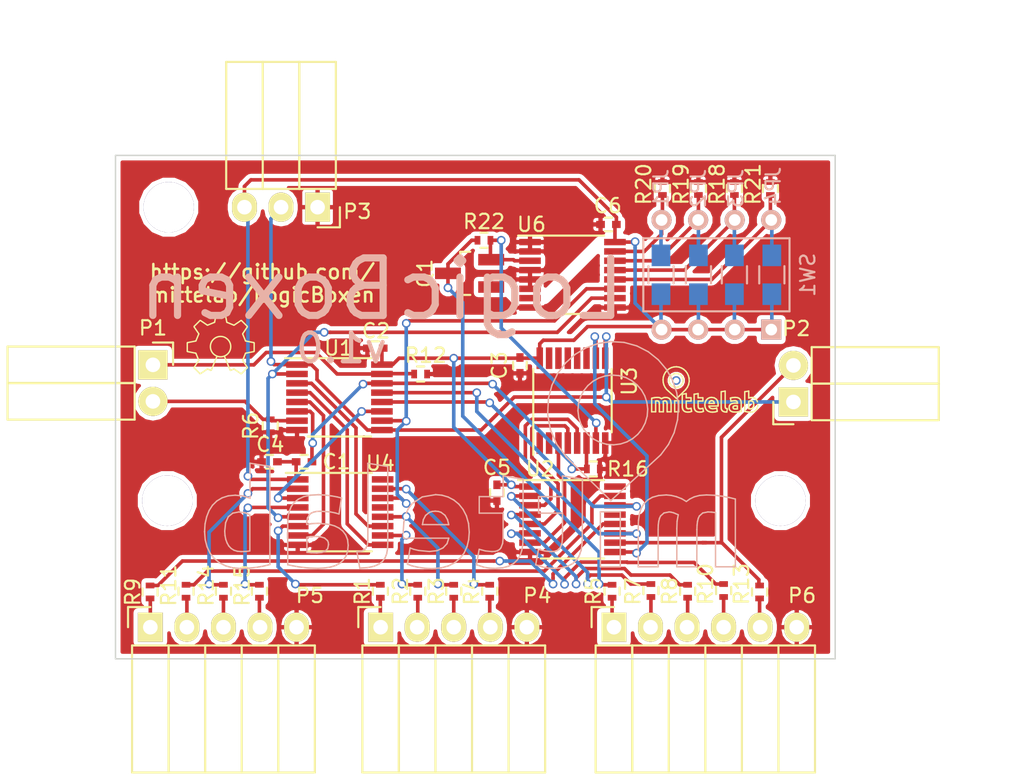
<source format=kicad_pcb>
(kicad_pcb (version 4) (host pcbnew 4.0.1-stable)
  (layers (0 F.Cu signal) (31 B.Cu signal) (34 B.Paste user) (35 F.Paste user) (36 B.SilkS user) (37 F.SilkS user) (38 B.Mask user) (39 F.Mask user) (44 Edge.Cuts user))
  (net 0 "")
  (net 1 /reset)
  (net 2 "Net-(P1-Pad1)")
  (net 3 "Net-(P1-Pad2)")
  (net 4 /out)
  (net 5 /clock)
  (net 6 "Net-(U1-Pad3)")
  (net 7 "Net-(U1-Pad4)")
  (net 8 "Net-(U1-Pad5)")
  (net 9 /in_a)
  (net 10 "Net-(U1-Pad11)")
  (net 11 "Net-(U1-Pad12)")
  (net 12 "Net-(U1-Pad13)")
  (net 13 /in_b)
  (net 14 "Net-(U2-Pad3)")
  (net 15 "Net-(U2-Pad5)")
  (net 16 "Net-(U2-Pad7)")
  (net 17 "Net-(U2-Pad9)")
  (net 18 "Net-(P2-Pad2)")
  (net 19 "Net-(R1-Pad1)")
  (net 20 "Net-(R2-Pad1)")
  (net 21 "Net-(R3-Pad1)")
  (net 22 "Net-(R4-Pad1)")
  (net 23 "Net-(R7-Pad1)")
  (net 24 "Net-(R8-Pad1)")
  (net 25 "Net-(R9-Pad1)")
  (net 26 "Net-(R10-Pad1)")
  (net 27 "Net-(R11-Pad1)")
  (net 28 "Net-(R14-Pad1)")
  (net 29 "Net-(R15-Pad1)")
  (net 30 VSS)
  (net 31 /X0)
  (net 32 /X1)
  (net 33 /X2)
  (net 34 /X3)
  (net 35 "Net-(P4-Pad1)")
  (net 36 "Net-(P4-Pad2)")
  (net 37 "Net-(P4-Pad3)")
  (net 38 "Net-(P4-Pad4)")
  (net 39 /led_main)
  (net 40 "Net-(P5-Pad2)")
  (net 41 "Net-(P5-Pad3)")
  (net 42 "Net-(P5-Pad4)")
  (net 43 "Net-(Q1-Pad3)")
  (net 44 "Net-(P5-Pad1)")
  (net 45 "Net-(P6-Pad2)")
  (net 46 "Net-(P6-Pad3)")
  (net 47 "Net-(P6-Pad4)")
  (net 48 "Net-(P6-Pad5)")
  (net 49 VCC)
  (net 50 GND)
  (module Sockets_DIP:DIP-8__300 (layer B.Cu) (at 65.75 37 180)
    (fp_text reference SW1 (at -6.35 0 450) (layer B.SilkS) (effects (justify mirror)))
    (fp_text value DIPS_04)
    (pad 1 thru_hole rect (at -3.81 -3.81 180) (size 1.397 1.397) (drill 0.8128) (layers *.Cu *.Mask B.SilkS) (net 49 VCC))
    (pad 2 thru_hole circle (at -1.27 -3.81 180) (size 1.397 1.397) (drill 0.8128) (layers *.Cu *.Mask B.SilkS) (net 49 VCC))
    (pad 3 thru_hole circle (at 1.27 -3.81 180) (size 1.397 1.397) (drill 0.8128) (layers *.Cu *.Mask B.SilkS) (net 49 VCC))
    (pad 4 thru_hole circle (at 3.81 -3.81 180) (size 1.397 1.397) (drill 0.8128) (layers *.Cu *.Mask B.SilkS) (net 49 VCC))
    (pad 5 thru_hole circle (at 3.81 3.81 180) (size 1.397 1.397) (drill 0.8128) (layers *.Cu *.Mask B.SilkS) (net 33 /X2))
    (pad 6 thru_hole circle (at 1.27 3.81 180) (size 1.397 1.397) (drill 0.8128) (layers *.Cu *.Mask B.SilkS) (net 32 /X1))
    (pad 7 thru_hole circle (at -1.27 3.81 180) (size 1.397 1.397) (drill 0.8128) (layers *.Cu *.Mask B.SilkS) (net 31 /X0))
    (pad 8 thru_hole circle (at -3.81 3.81 180) (size 1.397 1.397) (drill 0.8128) (layers *.Cu *.Mask B.SilkS) (net 34 /X3))
  )
  (module Housings_SSOP:TSSOP-16_4.4x5mm_Pitch0.65mm (layer F.Cu) (at 55.75 45.75 90)
    (fp_text reference U3 (at 1.35 3.95 90) (layer F.SilkS))
    (fp_text value 4015)
    (pad 1 smd rect (at -2.95 -2.275 90) (size 1.5 0.45) (layers F.Cu F.Paste F.Mask))
    (pad 2 smd rect (at -2.95 -1.625 90) (size 1.5 0.45) (layers F.Cu F.Paste F.Mask))
    (pad 3 smd rect (at -2.95 -0.975 90) (size 1.5 0.45) (layers F.Cu F.Paste F.Mask) (net 16 "Net-(U2-Pad7)"))
    (pad 4 smd rect (at -2.95 -0.325 90) (size 1.5 0.45) (layers F.Cu F.Paste F.Mask) (net 15 "Net-(U2-Pad5)"))
    (pad 5 smd rect (at -2.95 0.325 90) (size 1.5 0.45) (layers F.Cu F.Paste F.Mask) (net 14 "Net-(U2-Pad3)"))
    (pad 6 smd rect (at -2.95 0.975 90) (size 1.5 0.45) (layers F.Cu F.Paste F.Mask) (net 1 /reset))
    (pad 7 smd rect (at -2.95 1.625 90) (size 1.5 0.45) (layers F.Cu F.Paste F.Mask) (net 4 /out))
    (pad 8 smd rect (at -2.95 2.275 90) (size 1.5 0.45) (layers F.Cu F.Paste F.Mask) (net 50 GND))
    (pad 9 smd rect (at 2.95 2.275 90) (size 1.5 0.45) (layers F.Cu F.Paste F.Mask) (net 5 /clock))
    (pad 10 smd rect (at 2.95 1.625 90) (size 1.5 0.45) (layers F.Cu F.Paste F.Mask) (net 17 "Net-(U2-Pad9)"))
    (pad 11 smd rect (at 2.95 0.975 90) (size 1.5 0.45) (layers F.Cu F.Paste F.Mask))
    (pad 12 smd rect (at 2.95 0.325 90) (size 1.5 0.45) (layers F.Cu F.Paste F.Mask))
    (pad 13 smd rect (at 2.95 -0.325 90) (size 1.5 0.45) (layers F.Cu F.Paste F.Mask))
    (pad 14 smd rect (at 2.95 -0.975 90) (size 1.5 0.45) (layers F.Cu F.Paste F.Mask))
    (pad 15 smd rect (at 2.95 -1.625 90) (size 1.5 0.45) (layers F.Cu F.Paste F.Mask))
    (pad 16 smd rect (at 2.95 -2.275 90) (size 1.5 0.45) (layers F.Cu F.Paste F.Mask) (net 49 VCC))
  )
  (module Housings_SSOP:TSSOP-16_4.4x5mm_Pitch0.65mm (layer F.Cu) (at 55.75 37)
    (fp_text reference U6 (at -2.85 -3.5) (layer F.SilkS))
    (fp_text value 4051)
    (pad 1 smd rect (at -2.95 -2.275) (size 1.5 0.45) (layers F.Cu F.Paste F.Mask) (net 50 GND))
    (pad 2 smd rect (at -2.95 -1.625) (size 1.5 0.45) (layers F.Cu F.Paste F.Mask) (net 50 GND))
    (pad 3 smd rect (at -2.95 -0.975) (size 1.5 0.45) (layers F.Cu F.Paste F.Mask) (net 4 /out))
    (pad 4 smd rect (at -2.95 -0.325) (size 1.5 0.45) (layers F.Cu F.Paste F.Mask) (net 50 GND))
    (pad 5 smd rect (at -2.95 0.325) (size 1.5 0.45) (layers F.Cu F.Paste F.Mask) (net 50 GND))
    (pad 6 smd rect (at -2.95 0.975) (size 1.5 0.45) (layers F.Cu F.Paste F.Mask) (net 50 GND))
    (pad 7 smd rect (at -2.95 1.625) (size 1.5 0.45) (layers F.Cu F.Paste F.Mask) (net 50 GND))
    (pad 8 smd rect (at -2.95 2.275) (size 1.5 0.45) (layers F.Cu F.Paste F.Mask) (net 50 GND))
    (pad 9 smd rect (at 2.95 2.275) (size 1.5 0.45) (layers F.Cu F.Paste F.Mask) (net 50 GND))
    (pad 10 smd rect (at 2.95 1.625) (size 1.5 0.45) (layers F.Cu F.Paste F.Mask) (net 13 /in_b))
    (pad 11 smd rect (at 2.95 0.975) (size 1.5 0.45) (layers F.Cu F.Paste F.Mask) (net 9 /in_a))
    (pad 12 smd rect (at 2.95 0.325) (size 1.5 0.45) (layers F.Cu F.Paste F.Mask) (net 34 /X3))
    (pad 13 smd rect (at 2.95 -0.325) (size 1.5 0.45) (layers F.Cu F.Paste F.Mask) (net 31 /X0))
    (pad 14 smd rect (at 2.95 -0.975) (size 1.5 0.45) (layers F.Cu F.Paste F.Mask) (net 32 /X1))
    (pad 15 smd rect (at 2.95 -1.625) (size 1.5 0.45) (layers F.Cu F.Paste F.Mask) (net 33 /X2))
    (pad 16 smd rect (at 2.95 -2.275) (size 1.5 0.45) (layers F.Cu F.Paste F.Mask) (net 49 VCC))
  )
  (module Mounting_Holes:MountingHole_3-5mm (layer F.Cu) (at 70.2 52.7)
    (fp_text reference REF** hide)
    (fp_text value MountingHole_3-5mm)
    (pad 1 thru_hole circle (at 0 0) (size 3.5 3.5) (drill 3.5) (layers))
  )
  (module Mounting_Holes:MountingHole_3-5mm (layer F.Cu) (at 27.6 52.7)
    (fp_text reference REF** hide)
    (fp_text value MountingHole_3-5mm)
    (pad 1 thru_hole circle (at 0 0) (size 3.5 3.5) (drill 3.5) (layers))
  )
  (module Socket_Strips:Socket_Strip_Angled_1x02 (layer F.Cu) (at 71.1 45.84 90)
    (fp_text reference P2 (at 5.1 0.2 180) (layer F.SilkS))
    (fp_text value Output)
    (pad 1 thru_hole rect (at 0 0 90) (size 2.032 2.032) (drill 1.016) (layers *.Cu *.Mask F.SilkS) (net 5 /clock))
    (pad 2 thru_hole oval (at 2.54 0 90) (size 2.032 2.032) (drill 1.016) (layers *.Cu *.Mask F.SilkS) (net 18 "Net-(P2-Pad2)"))
  )
  (module Housings_SSOP:TSSOP-16_4.4x5mm_Pitch0.65mm (layer F.Cu) (at 55.75 54)
    (fp_text reference U2 (at -2.25 -3.5) (layer F.SilkS))
    (fp_text value 4050)
    (pad 1 smd rect (at -2.95 -2.275) (size 1.5 0.45) (layers F.Cu F.Paste F.Mask) (net 49 VCC))
    (pad 2 smd rect (at -2.95 -1.625) (size 1.5 0.45) (layers F.Cu F.Paste F.Mask) (net 23 "Net-(R7-Pad1)"))
    (pad 3 smd rect (at -2.95 -0.975) (size 1.5 0.45) (layers F.Cu F.Paste F.Mask) (net 14 "Net-(U2-Pad3)"))
    (pad 4 smd rect (at -2.95 -0.325) (size 1.5 0.45) (layers F.Cu F.Paste F.Mask) (net 24 "Net-(R8-Pad1)"))
    (pad 5 smd rect (at -2.95 0.325) (size 1.5 0.45) (layers F.Cu F.Paste F.Mask) (net 15 "Net-(U2-Pad5)"))
    (pad 6 smd rect (at -2.95 0.975) (size 1.5 0.45) (layers F.Cu F.Paste F.Mask) (net 26 "Net-(R10-Pad1)"))
    (pad 7 smd rect (at -2.95 1.625) (size 1.5 0.45) (layers F.Cu F.Paste F.Mask) (net 16 "Net-(U2-Pad7)"))
    (pad 8 smd rect (at -2.95 2.275) (size 1.5 0.45) (layers F.Cu F.Paste F.Mask) (net 50 GND))
    (pad 9 smd rect (at 2.95 2.275) (size 1.5 0.45) (layers F.Cu F.Paste F.Mask) (net 17 "Net-(U2-Pad9)"))
    (pad 10 smd rect (at 2.95 1.625) (size 1.5 0.45) (layers F.Cu F.Paste F.Mask) (net 18 "Net-(P2-Pad2)"))
    (pad 11 smd rect (at 2.95 0.975) (size 1.5 0.45) (layers F.Cu F.Paste F.Mask) (net 12 "Net-(U1-Pad13)"))
    (pad 12 smd rect (at 2.95 0.325) (size 1.5 0.45) (layers F.Cu F.Paste F.Mask) (net 25 "Net-(R9-Pad1)"))
    (pad 13 smd rect (at 2.95 -0.325) (size 1.5 0.45) (layers F.Cu F.Paste F.Mask))
    (pad 14 smd rect (at 2.95 -0.975) (size 1.5 0.45) (layers F.Cu F.Paste F.Mask) (net 11 "Net-(U1-Pad12)"))
    (pad 15 smd rect (at 2.95 -1.625) (size 1.5 0.45) (layers F.Cu F.Paste F.Mask) (net 27 "Net-(R11-Pad1)"))
    (pad 16 smd rect (at 2.95 -2.275) (size 1.5 0.45) (layers F.Cu F.Paste F.Mask))
  )
  (module Socket_Strips:Socket_Strip_Angled_1x05 (layer F.Cu) (at 42.42 61.5)
    (fp_text reference P4 (at 10.88 -2.2) (layer F.SilkS))
    (fp_text value CONN_01X05)
    (pad 1 thru_hole rect (at 0 0) (size 1.7272 2.032) (drill 1.016) (layers *.Cu *.Mask F.SilkS) (net 35 "Net-(P4-Pad1)"))
    (pad 2 thru_hole oval (at 2.54 0) (size 1.7272 2.032) (drill 1.016) (layers *.Cu *.Mask F.SilkS) (net 36 "Net-(P4-Pad2)"))
    (pad 3 thru_hole oval (at 5.08 0) (size 1.7272 2.032) (drill 1.016) (layers *.Cu *.Mask F.SilkS) (net 37 "Net-(P4-Pad3)"))
    (pad 4 thru_hole oval (at 7.62 0) (size 1.7272 2.032) (drill 1.016) (layers *.Cu *.Mask F.SilkS) (net 38 "Net-(P4-Pad4)"))
    (pad 5 thru_hole oval (at 10.16 0) (size 1.7272 2.032) (drill 1.016) (layers *.Cu *.Mask F.SilkS) (net 50 GND))
  )
  (module Socket_Strips:Socket_Strip_Angled_1x05 (layer F.Cu) (at 26.42 61.5)
    (fp_text reference P5 (at 11.08 -2.2) (layer F.SilkS))
    (fp_text value CONN_01X05)
    (pad 1 thru_hole rect (at 0 0) (size 1.7272 2.032) (drill 1.016) (layers *.Cu *.Mask F.SilkS) (net 44 "Net-(P5-Pad1)"))
    (pad 2 thru_hole oval (at 2.54 0) (size 1.7272 2.032) (drill 1.016) (layers *.Cu *.Mask F.SilkS) (net 40 "Net-(P5-Pad2)"))
    (pad 3 thru_hole oval (at 5.08 0) (size 1.7272 2.032) (drill 1.016) (layers *.Cu *.Mask F.SilkS) (net 41 "Net-(P5-Pad3)"))
    (pad 4 thru_hole oval (at 7.62 0) (size 1.7272 2.032) (drill 1.016) (layers *.Cu *.Mask F.SilkS) (net 42 "Net-(P5-Pad4)"))
    (pad 5 thru_hole oval (at 10.16 0) (size 1.7272 2.032) (drill 1.016) (layers *.Cu *.Mask F.SilkS) (net 50 GND))
  )
  (module Resistors_SMD:R_0402 (layer F.Cu) (at 47.5 59 270)
    (fp_text reference R3 (at 0 1.2 270) (layer F.SilkS))
    (fp_text value 220)
    (pad 1 smd rect (at -0.45 0 270) (size 0.4 0.6) (layers F.Cu F.Paste F.Mask) (net 21 "Net-(R3-Pad1)"))
    (pad 2 smd rect (at 0.45 0 270) (size 0.4 0.6) (layers F.Cu F.Paste F.Mask) (net 37 "Net-(P4-Pad3)"))
  )
  (module Resistors_SMD:R_0402 (layer F.Cu) (at 42.4 59 270)
    (fp_text reference R1 (at 0 1.25 270) (layer F.SilkS))
    (fp_text value 220)
    (pad 1 smd rect (at -0.45 0 270) (size 0.4 0.6) (layers F.Cu F.Paste F.Mask) (net 19 "Net-(R1-Pad1)"))
    (pad 2 smd rect (at 0.45 0 270) (size 0.4 0.6) (layers F.Cu F.Paste F.Mask) (net 35 "Net-(P4-Pad1)"))
  )
  (module Housings_SSOP:TSSOP-16_4.4x5mm_Pitch0.65mm (layer F.Cu) (at 39.56 45.52)
    (fp_text reference U1 (at -0.06 -3.42) (layer F.SilkS))
    (fp_text value 4015)
    (pad 1 smd rect (at -2.95 -2.275) (size 1.5 0.45) (layers F.Cu F.Paste F.Mask) (net 5 /clock))
    (pad 2 smd rect (at -2.95 -1.625) (size 1.5 0.45) (layers F.Cu F.Paste F.Mask) (net 13 /in_b))
    (pad 3 smd rect (at -2.95 -0.975) (size 1.5 0.45) (layers F.Cu F.Paste F.Mask) (net 6 "Net-(U1-Pad3)"))
    (pad 4 smd rect (at -2.95 -0.325) (size 1.5 0.45) (layers F.Cu F.Paste F.Mask) (net 7 "Net-(U1-Pad4)"))
    (pad 5 smd rect (at -2.95 0.325) (size 1.5 0.45) (layers F.Cu F.Paste F.Mask) (net 8 "Net-(U1-Pad5)"))
    (pad 6 smd rect (at -2.95 0.975) (size 1.5 0.45) (layers F.Cu F.Paste F.Mask) (net 1 /reset))
    (pad 7 smd rect (at -2.95 1.625) (size 1.5 0.45) (layers F.Cu F.Paste F.Mask) (net 3 "Net-(P1-Pad2)"))
    (pad 8 smd rect (at -2.95 2.275) (size 1.5 0.45) (layers F.Cu F.Paste F.Mask) (net 50 GND))
    (pad 9 smd rect (at 2.95 2.275) (size 1.5 0.45) (layers F.Cu F.Paste F.Mask) (net 5 /clock))
    (pad 10 smd rect (at 2.95 1.625) (size 1.5 0.45) (layers F.Cu F.Paste F.Mask) (net 9 /in_a))
    (pad 11 smd rect (at 2.95 0.975) (size 1.5 0.45) (layers F.Cu F.Paste F.Mask) (net 10 "Net-(U1-Pad11)"))
    (pad 12 smd rect (at 2.95 0.325) (size 1.5 0.45) (layers F.Cu F.Paste F.Mask) (net 11 "Net-(U1-Pad12)"))
    (pad 13 smd rect (at 2.95 -0.325) (size 1.5 0.45) (layers F.Cu F.Paste F.Mask) (net 12 "Net-(U1-Pad13)"))
    (pad 14 smd rect (at 2.95 -0.975) (size 1.5 0.45) (layers F.Cu F.Paste F.Mask) (net 1 /reset))
    (pad 15 smd rect (at 2.95 -1.625) (size 1.5 0.45) (layers F.Cu F.Paste F.Mask) (net 2 "Net-(P1-Pad1)"))
    (pad 16 smd rect (at 2.95 -2.275) (size 1.5 0.45) (layers F.Cu F.Paste F.Mask) (net 49 VCC))
  )
  (module Resistors_SMD:R_0402 (layer F.Cu) (at 49.6 34.6 180)
    (fp_text reference R22 (at 0 1.3 180) (layer F.SilkS))
    (fp_text value 0R)
    (pad 1 smd rect (at -0.45 0 180) (size 0.4 0.6) (layers F.Cu F.Paste F.Mask) (net 4 /out))
    (pad 2 smd rect (at 0.45 0 180) (size 0.4 0.6) (layers F.Cu F.Paste F.Mask) (net 43 "Net-(Q1-Pad3)"))
  )
  (module Capacitors_SMD:C_0402 (layer F.Cu) (at 37.1 50)
    (fp_text reference C1 (at 2.25 0) (layer F.SilkS))
    (fp_text value 100n)
    (pad 1 smd rect (at -0.55 0) (size 0.6 0.5) (layers F.Cu F.Paste F.Mask) (net 49 VCC))
    (pad 2 smd rect (at 0.55 0) (size 0.6 0.5) (layers F.Cu F.Paste F.Mask) (net 1 /reset))
  )
  (module Resistors_SMD:R_0402 (layer F.Cu) (at 45 59 270)
    (fp_text reference R2 (at 0 1.2 270) (layer F.SilkS))
    (fp_text value 220)
    (pad 1 smd rect (at -0.45 0 270) (size 0.4 0.6) (layers F.Cu F.Paste F.Mask) (net 20 "Net-(R2-Pad1)"))
    (pad 2 smd rect (at 0.45 0 270) (size 0.4 0.6) (layers F.Cu F.Paste F.Mask) (net 36 "Net-(P4-Pad2)"))
  )
  (module Resistors_SMD:R_0402 (layer F.Cu) (at 50 59 270)
    (fp_text reference R4 (at 0 1.25 270) (layer F.SilkS))
    (fp_text value 220)
    (pad 1 smd rect (at -0.45 0 270) (size 0.4 0.6) (layers F.Cu F.Paste F.Mask) (net 22 "Net-(R4-Pad1)"))
    (pad 2 smd rect (at 0.45 0 270) (size 0.4 0.6) (layers F.Cu F.Paste F.Mask) (net 38 "Net-(P4-Pad4)"))
  )
  (module Resistors_SMD:R_0402 (layer F.Cu) (at 58.5 59 270)
    (fp_text reference R5 (at 0 1.3 270) (layer F.SilkS))
    (fp_text value 220)
    (pad 1 smd rect (at -0.45 0 270) (size 0.4 0.6) (layers F.Cu F.Paste F.Mask) (net 43 "Net-(Q1-Pad3)"))
    (pad 2 smd rect (at 0.45 0 270) (size 0.4 0.6) (layers F.Cu F.Paste F.Mask) (net 39 /led_main))
  )
  (module Resistors_SMD:R_0402 (layer F.Cu) (at 34.75 47.5 90)
    (fp_text reference R6 (at 0 -1.35 90) (layer F.SilkS))
    (fp_text value 10k)
    (pad 1 smd rect (at -0.45 0 90) (size 0.4 0.6) (layers F.Cu F.Paste F.Mask) (net 50 GND))
    (pad 2 smd rect (at 0.45 0 90) (size 0.4 0.6) (layers F.Cu F.Paste F.Mask) (net 3 "Net-(P1-Pad2)"))
  )
  (module Resistors_SMD:R_0402 (layer F.Cu) (at 61.2 58.95 270)
    (fp_text reference R7 (at 0.05 1.25 270) (layer F.SilkS))
    (fp_text value 220)
    (pad 1 smd rect (at -0.45 0 270) (size 0.4 0.6) (layers F.Cu F.Paste F.Mask) (net 23 "Net-(R7-Pad1)"))
    (pad 2 smd rect (at 0.45 0 270) (size 0.4 0.6) (layers F.Cu F.Paste F.Mask) (net 45 "Net-(P6-Pad2)"))
  )
  (module Resistors_SMD:R_0402 (layer F.Cu) (at 63.75 59 270)
    (fp_text reference R8 (at 0 1.25 270) (layer F.SilkS))
    (fp_text value 220)
    (pad 1 smd rect (at -0.45 0 270) (size 0.4 0.6) (layers F.Cu F.Paste F.Mask) (net 24 "Net-(R8-Pad1)"))
    (pad 2 smd rect (at 0.45 0 270) (size 0.4 0.6) (layers F.Cu F.Paste F.Mask) (net 46 "Net-(P6-Pad3)"))
  )
  (module Resistors_SMD:R_0402 (layer F.Cu) (at 26.4 59.05 270)
    (fp_text reference R9 (at 0 1.2 270) (layer F.SilkS))
    (fp_text value 220)
    (pad 1 smd rect (at -0.45 0 270) (size 0.4 0.6) (layers F.Cu F.Paste F.Mask) (net 25 "Net-(R9-Pad1)"))
    (pad 2 smd rect (at 0.45 0 270) (size 0.4 0.6) (layers F.Cu F.Paste F.Mask) (net 44 "Net-(P5-Pad1)"))
  )
  (module Resistors_SMD:R_0402 (layer F.Cu) (at 66.25 58.95 270)
    (fp_text reference R10 (at -0.45 1.25 270) (layer F.SilkS))
    (fp_text value 220)
    (pad 1 smd rect (at -0.45 0 270) (size 0.4 0.6) (layers F.Cu F.Paste F.Mask) (net 26 "Net-(R10-Pad1)"))
    (pad 2 smd rect (at 0.45 0 270) (size 0.4 0.6) (layers F.Cu F.Paste F.Mask) (net 47 "Net-(P6-Pad4)"))
  )
  (module Resistors_SMD:R_0402 (layer F.Cu) (at 28.9 59 270)
    (fp_text reference R11 (at -0.4 1.2 270) (layer F.SilkS))
    (fp_text value 220)
    (pad 1 smd rect (at -0.45 0 270) (size 0.4 0.6) (layers F.Cu F.Paste F.Mask) (net 27 "Net-(R11-Pad1)"))
    (pad 2 smd rect (at 0.45 0 270) (size 0.4 0.6) (layers F.Cu F.Paste F.Mask) (net 40 "Net-(P5-Pad2)"))
  )
  (module Resistors_SMD:R_0402 (layer F.Cu) (at 45.2 43.9)
    (fp_text reference R12 (at 0.35 -1.3) (layer F.SilkS))
    (fp_text value 10k)
    (pad 1 smd rect (at -0.45 0) (size 0.4 0.6) (layers F.Cu F.Paste F.Mask) (net 2 "Net-(P1-Pad1)"))
    (pad 2 smd rect (at 0.45 0) (size 0.4 0.6) (layers F.Cu F.Paste F.Mask) (net 50 GND))
  )
  (module Resistors_SMD:R_0402 (layer F.Cu) (at 68.75 59.05 270)
    (fp_text reference R13 (at -0.55 1.25 450) (layer F.SilkS))
    (fp_text value 220)
    (pad 1 smd rect (at -0.45 0 270) (size 0.4 0.6) (layers F.Cu F.Paste F.Mask) (net 18 "Net-(P2-Pad2)"))
    (pad 2 smd rect (at 0.45 0 270) (size 0.4 0.6) (layers F.Cu F.Paste F.Mask) (net 48 "Net-(P6-Pad5)"))
  )
  (module Resistors_SMD:R_0402 (layer F.Cu) (at 31.5 59 270)
    (fp_text reference R14 (at -0.4 1.2 270) (layer F.SilkS))
    (fp_text value 220)
    (pad 1 smd rect (at -0.45 0 270) (size 0.4 0.6) (layers F.Cu F.Paste F.Mask) (net 28 "Net-(R14-Pad1)"))
    (pad 2 smd rect (at 0.45 0 270) (size 0.4 0.6) (layers F.Cu F.Paste F.Mask) (net 41 "Net-(P5-Pad3)"))
  )
  (module Resistors_SMD:R_0402 (layer F.Cu) (at 34 59 270)
    (fp_text reference R15 (at -0.4 1.2 270) (layer F.SilkS))
    (fp_text value 220)
    (pad 1 smd rect (at -0.45 0 270) (size 0.4 0.6) (layers F.Cu F.Paste F.Mask) (net 29 "Net-(R15-Pad1)"))
    (pad 2 smd rect (at 0.45 0 270) (size 0.4 0.6) (layers F.Cu F.Paste F.Mask) (net 42 "Net-(P5-Pad4)"))
  )
  (module Resistors_SMD:R_0402 (layer F.Cu) (at 57.2 50.5 180)
    (fp_text reference R16 (at -2.4 0 180) (layer F.SilkS))
    (fp_text value 10k)
    (pad 1 smd rect (at -0.45 0 180) (size 0.4 0.6) (layers F.Cu F.Paste F.Mask) (net 50 GND))
    (pad 2 smd rect (at 0.45 0 180) (size 0.4 0.6) (layers F.Cu F.Paste F.Mask) (net 1 /reset))
  )
  (module Resistors_SMD:R_0402 (layer F.Cu) (at 67 31 90)
    (fp_text reference R18 (at 0.3 -1.2 90) (layer F.SilkS))
    (fp_text value 10k)
    (pad 1 smd rect (at -0.45 0 90) (size 0.4 0.6) (layers F.Cu F.Paste F.Mask) (net 31 /X0))
    (pad 2 smd rect (at 0.45 0 90) (size 0.4 0.6) (layers F.Cu F.Paste F.Mask) (net 50 GND))
  )
  (module Resistors_SMD:R_0402 (layer F.Cu) (at 64.5 31 90)
    (fp_text reference R19 (at 0.3 -1.2 90) (layer F.SilkS))
    (fp_text value 10k)
    (pad 1 smd rect (at -0.45 0 90) (size 0.4 0.6) (layers F.Cu F.Paste F.Mask) (net 32 /X1))
    (pad 2 smd rect (at 0.45 0 90) (size 0.4 0.6) (layers F.Cu F.Paste F.Mask) (net 50 GND))
  )
  (module Resistors_SMD:R_0402 (layer F.Cu) (at 62 31 90)
    (fp_text reference R20 (at 0.3 -1.3 90) (layer F.SilkS))
    (fp_text value 10k)
    (pad 1 smd rect (at -0.45 0 90) (size 0.4 0.6) (layers F.Cu F.Paste F.Mask) (net 33 /X2))
    (pad 2 smd rect (at 0.45 0 90) (size 0.4 0.6) (layers F.Cu F.Paste F.Mask) (net 50 GND))
  )
  (module Resistors_SMD:R_0402 (layer F.Cu) (at 69.5 31 90)
    (fp_text reference R21 (at 0.3 -1.2 90) (layer F.SilkS))
    (fp_text value 10k)
    (pad 1 smd rect (at -0.45 0 90) (size 0.4 0.6) (layers F.Cu F.Paste F.Mask) (net 34 /X3))
    (pad 2 smd rect (at 0.45 0 90) (size 0.4 0.6) (layers F.Cu F.Paste F.Mask) (net 50 GND))
  )
  (module Housings_SSOP:TSSOP-16_4.4x5mm_Pitch0.65mm (layer F.Cu) (at 39.61 53.5)
    (fp_text reference U4 (at 2.79 -3.4 180) (layer F.SilkS))
    (fp_text value 4050)
    (pad 1 smd rect (at -2.95 -2.275) (size 1.5 0.45) (layers F.Cu F.Paste F.Mask) (net 49 VCC))
    (pad 2 smd rect (at -2.95 -1.625) (size 1.5 0.45) (layers F.Cu F.Paste F.Mask) (net 28 "Net-(R14-Pad1)"))
    (pad 3 smd rect (at -2.95 -0.975) (size 1.5 0.45) (layers F.Cu F.Paste F.Mask) (net 10 "Net-(U1-Pad11)"))
    (pad 4 smd rect (at -2.95 -0.325) (size 1.5 0.45) (layers F.Cu F.Paste F.Mask) (net 29 "Net-(R15-Pad1)"))
    (pad 5 smd rect (at -2.95 0.325) (size 1.5 0.45) (layers F.Cu F.Paste F.Mask) (net 13 /in_b))
    (pad 6 smd rect (at -2.95 0.975) (size 1.5 0.45) (layers F.Cu F.Paste F.Mask) (net 19 "Net-(R1-Pad1)"))
    (pad 7 smd rect (at -2.95 1.625) (size 1.5 0.45) (layers F.Cu F.Paste F.Mask) (net 8 "Net-(U1-Pad5)"))
    (pad 8 smd rect (at -2.95 2.275) (size 1.5 0.45) (layers F.Cu F.Paste F.Mask) (net 50 GND))
    (pad 9 smd rect (at 2.95 2.275) (size 1.5 0.45) (layers F.Cu F.Paste F.Mask) (net 7 "Net-(U1-Pad4)"))
    (pad 10 smd rect (at 2.95 1.625) (size 1.5 0.45) (layers F.Cu F.Paste F.Mask) (net 20 "Net-(R2-Pad1)"))
    (pad 11 smd rect (at 2.95 0.975) (size 1.5 0.45) (layers F.Cu F.Paste F.Mask) (net 6 "Net-(U1-Pad3)"))
    (pad 12 smd rect (at 2.95 0.325) (size 1.5 0.45) (layers F.Cu F.Paste F.Mask) (net 21 "Net-(R3-Pad1)"))
    (pad 13 smd rect (at 2.95 -0.325) (size 1.5 0.45) (layers F.Cu F.Paste F.Mask))
    (pad 14 smd rect (at 2.95 -0.975) (size 1.5 0.45) (layers F.Cu F.Paste F.Mask) (net 9 /in_a))
    (pad 15 smd rect (at 2.95 -1.625) (size 1.5 0.45) (layers F.Cu F.Paste F.Mask) (net 22 "Net-(R4-Pad1)"))
    (pad 16 smd rect (at 2.95 -2.275) (size 1.5 0.45) (layers F.Cu F.Paste F.Mask))
  )
  (module Socket_Strips:Socket_Strip_Angled_1x06 (layer F.Cu) (at 58.63 61.5)
    (fp_text reference P6 (at 13.07 -2.2) (layer F.SilkS))
    (fp_text value CONN_01X06)
    (pad 1 thru_hole rect (at 0 0) (size 1.7272 2.032) (drill 1.016) (layers *.Cu *.Mask F.SilkS) (net 39 /led_main))
    (pad 2 thru_hole oval (at 2.54 0) (size 1.7272 2.032) (drill 1.016) (layers *.Cu *.Mask F.SilkS) (net 45 "Net-(P6-Pad2)"))
    (pad 3 thru_hole oval (at 5.08 0) (size 1.7272 2.032) (drill 1.016) (layers *.Cu *.Mask F.SilkS) (net 46 "Net-(P6-Pad3)"))
    (pad 4 thru_hole oval (at 7.62 0) (size 1.7272 2.032) (drill 1.016) (layers *.Cu *.Mask F.SilkS) (net 47 "Net-(P6-Pad4)"))
    (pad 5 thru_hole oval (at 10.16 0) (size 1.7272 2.032) (drill 1.016) (layers *.Cu *.Mask F.SilkS) (net 48 "Net-(P6-Pad5)"))
    (pad 6 thru_hole oval (at 12.7 0) (size 1.7272 2.032) (drill 1.016) (layers *.Cu *.Mask F.SilkS) (net 50 GND))
  )
  (module Socket_Strips:Socket_Strip_Angled_1x03 (layer F.Cu) (at 38.04 32.3 180)
    (fp_text reference P3 (at -2.76 -0.3 180) (layer F.SilkS))
    (fp_text value Power)
    (pad 1 thru_hole rect (at 0 0 180) (size 1.7272 2.032) (drill 1.016) (layers *.Cu *.Mask F.SilkS) (net 50 GND))
    (pad 2 thru_hole oval (at 2.54 0 180) (size 1.7272 2.032) (drill 1.016) (layers *.Cu *.Mask F.SilkS) (net 5 /clock))
    (pad 3 thru_hole oval (at 5.08 0 180) (size 1.7272 2.032) (drill 1.016) (layers *.Cu *.Mask F.SilkS) (net 49 VCC))
  )
  (module Socket_Strips:Socket_Strip_Angled_1x02 (layer F.Cu) (at 26.6 43.26 270)
    (fp_text reference P1 (at -2.56 0 360) (layer F.SilkS))
    (fp_text value Input)
    (pad 1 thru_hole rect (at 0 0 270) (size 2.032 2.032) (drill 1.016) (layers *.Cu *.Mask F.SilkS) (net 2 "Net-(P1-Pad1)"))
    (pad 2 thru_hole oval (at 2.54 0 270) (size 2.032 2.032) (drill 1.016) (layers *.Cu *.Mask F.SilkS) (net 3 "Net-(P1-Pad2)"))
  )
  (module Housings_SOT-23_SOT-143_TSOT-6:SOT-23_Handsoldering (layer F.Cu) (at 48.6 36.9 90)
    (fp_text reference Q1 (at 0 -3.1 90) (layer F.SilkS))
    (fp_text value Q_NMOS_DGS)
    (pad 1 smd rect (at -0.95 1.50114 90) (size 0.8001 1.80086) (layers F.Cu F.Paste F.Mask) (net 49 VCC))
    (pad 2 smd rect (at 0.95 1.50114 90) (size 0.8001 1.80086) (layers F.Cu F.Paste F.Mask) (net 4 /out))
    (pad 3 smd rect (at 0 -1.50114 90) (size 0.8001 1.80086) (layers F.Cu F.Paste F.Mask) (net 43 "Net-(Q1-Pad3)"))
  )
  (module Resistors_SMD:R_0805_HandSoldering (layer B.Cu) (at 61.9 37 90)
    (fp_text reference JP1 (at 6 0 90) (layer B.SilkS) (effects (justify mirror)))
    (fp_text value JUMPER)
    (pad 1 smd rect (at -1.35 0 90) (size 1.5 1.3) (layers B.Cu B.Paste B.Mask) (net 49 VCC))
    (pad 2 smd rect (at 1.35 0 90) (size 1.5 1.3) (layers B.Cu B.Paste B.Mask) (net 33 /X2))
  )
  (module Resistors_SMD:R_0805_HandSoldering (layer B.Cu) (at 64.5 37 90)
    (fp_text reference JP2 (at 6 0 90) (layer B.SilkS) (effects (justify mirror)))
    (fp_text value JUMPER)
    (pad 1 smd rect (at -1.35 0 90) (size 1.5 1.3) (layers B.Cu B.Paste B.Mask) (net 49 VCC))
    (pad 2 smd rect (at 1.35 0 90) (size 1.5 1.3) (layers B.Cu B.Paste B.Mask) (net 32 /X1))
  )
  (module Resistors_SMD:R_0805_HandSoldering (layer B.Cu) (at 67 37 90)
    (fp_text reference JP3 (at 6 0.1 90) (layer B.SilkS) (effects (justify mirror)))
    (fp_text value JUMPER)
    (pad 1 smd rect (at -1.35 0 90) (size 1.5 1.3) (layers B.Cu B.Paste B.Mask) (net 49 VCC))
    (pad 2 smd rect (at 1.35 0 90) (size 1.5 1.3) (layers B.Cu B.Paste B.Mask) (net 31 /X0))
  )
  (module Resistors_SMD:R_0805_HandSoldering (layer B.Cu) (at 69.6 37 90)
    (fp_text reference JP4 (at 6.15 0.1 90) (layer B.SilkS) (effects (justify mirror)))
    (fp_text value JUMPER)
    (pad 1 smd rect (at -1.35 0 90) (size 1.5 1.3) (layers B.Cu B.Paste B.Mask) (net 49 VCC))
    (pad 2 smd rect (at 1.35 0 90) (size 1.5 1.3) (layers B.Cu B.Paste B.Mask) (net 34 /X3))
  )
  (module Capacitors_SMD:C_0402 (layer F.Cu) (at 42.05 42.1 180)
    (fp_text reference C2 (at -0.05 1.2 180) (layer F.SilkS))
    (fp_text value 100n)
    (pad 1 smd rect (at -0.55 0 180) (size 0.6 0.5) (layers F.Cu F.Paste F.Mask) (net 49 VCC))
    (pad 2 smd rect (at 0.55 0 180) (size 0.6 0.5) (layers F.Cu F.Paste F.Mask) (net 50 GND))
  )
  (module Capacitors_SMD:C_0402 (layer F.Cu) (at 52.1 43.3 270)
    (fp_text reference C3 (at 0 1.43 270) (layer F.SilkS))
    (fp_text value 100n)
    (pad 1 smd rect (at -0.55 0 270) (size 0.6 0.5) (layers F.Cu F.Paste F.Mask) (net 49 VCC))
    (pad 2 smd rect (at 0.55 0 270) (size 0.6 0.5) (layers F.Cu F.Paste F.Mask) (net 50 GND))
  )
  (module Capacitors_SMD:C_0402 (layer F.Cu) (at 34.7 50 180)
    (fp_text reference C4 (at -0.05 1.2 180) (layer F.SilkS))
    (fp_text value 100n)
    (pad 1 smd rect (at -0.55 0 180) (size 0.6 0.5) (layers F.Cu F.Paste F.Mask) (net 49 VCC))
    (pad 2 smd rect (at 0.55 0 180) (size 0.6 0.5) (layers F.Cu F.Paste F.Mask) (net 50 GND))
  )
  (module Capacitors_SMD:C_0402 (layer F.Cu) (at 50.5 52.15 270)
    (fp_text reference C5 (at -1.75 0 360) (layer F.SilkS))
    (fp_text value 100n)
    (pad 1 smd rect (at -0.55 0 270) (size 0.6 0.5) (layers F.Cu F.Paste F.Mask) (net 49 VCC))
    (pad 2 smd rect (at 0.55 0 270) (size 0.6 0.5) (layers F.Cu F.Paste F.Mask) (net 50 GND))
  )
  (module Capacitors_SMD:C_0402 (layer F.Cu) (at 58.25 33.5 180)
    (fp_text reference C6 (at 0.05 1.3 180) (layer F.SilkS))
    (fp_text value 100n)
    (pad 1 smd rect (at -0.55 0 180) (size 0.6 0.5) (layers F.Cu F.Paste F.Mask) (net 49 VCC))
    (pad 2 smd rect (at 0.55 0 180) (size 0.6 0.5) (layers F.Cu F.Paste F.Mask) (net 50 GND))
  )
  (module Mounting_Holes:MountingHole_3-5mm (layer F.Cu) (at 27.7 32.3)
    (fp_text reference REF** hide)
    (fp_text value MountingHole_3-5mm)
    (pad 1 thru_hole circle (at 0 0) (size 3.5 3.5) (drill 3.5) (layers))
  )
  (gr_text LogicBoxen (at 42.5 38) (layer B.SilkS) (effects (font (size 4 4) (thickness 0.5)) (justify mirror)))
  (gr_text v1.0 (at 39.7 42.1) (layer B.SilkS) (effects (font (size 2 2) (thickness 0.3)) (justify mirror)))
  (gr_circle (center 31.3 41.992894) (end 31.4 42.692894) (layer F.SilkS) (width 0.1))
  (gr_line (start 31.962463 43.626213) (end 31.568885 42.662279) (layer F.SilkS) (width 0.1))
  (gr_line (start 32.001718 43.64259) (end 31.962463 43.626213) (layer F.SilkS) (width 0.1))
  (gr_line (start 32.215497 43.554039) (end 32.001718 43.64259) (layer F.SilkS) (width 0.1))
  (gr_line (start 32.243788 43.556908) (end 32.215497 43.554039) (layer F.SilkS) (width 0.1))
  (gr_line (start 32.713941 43.87499) (end 32.243788 43.556908) (layer F.SilkS) (width 0.1))
  (gr_line (start 32.751965 43.871356) (end 32.713941 43.87499) (layer F.SilkS) (width 0.1))
  (gr_line (start 33.153661 43.46966) (end 32.751965 43.871356) (layer F.SilkS) (width 0.1))
  (gr_line (start 33.157295 43.431636) (end 33.153661 43.46966) (layer F.SilkS) (width 0.1))
  (gr_line (start 32.839213 42.961483) (end 33.157295 43.431636) (layer F.SilkS) (width 0.1))
  (gr_line (start 32.836345 42.933192) (end 32.839213 42.961483) (layer F.SilkS) (width 0.1))
  (gr_line (start 33.029725 42.466331) (end 32.836345 42.933192) (layer F.SilkS) (width 0.1))
  (gr_line (start 33.051758 42.448354) (end 33.029725 42.466331) (layer F.SilkS) (width 0.1))
  (gr_line (start 33.609125 42.340824) (end 33.051758 42.448354) (layer F.SilkS) (width 0.1))
  (gr_line (start 33.633442 42.311367) (end 33.609125 42.340824) (layer F.SilkS) (width 0.1))
  (gr_line (start 33.633442 41.743284) (end 33.633442 42.311367) (layer F.SilkS) (width 0.1))
  (gr_line (start 33.609125 41.713827) (end 33.633442 41.743284) (layer F.SilkS) (width 0.1))
  (gr_line (start 33.051758 41.606296) (end 33.609125 41.713827) (layer F.SilkS) (width 0.1))
  (gr_line (start 33.029725 41.58832) (end 33.051758 41.606296) (layer F.SilkS) (width 0.1))
  (gr_line (start 32.836345 41.121459) (end 33.029725 41.58832) (layer F.SilkS) (width 0.1))
  (gr_line (start 32.839213 41.093168) (end 32.836345 41.121459) (layer F.SilkS) (width 0.1))
  (gr_line (start 33.157295 40.623014) (end 32.839213 41.093168) (layer F.SilkS) (width 0.1))
  (gr_line (start 33.153661 40.584991) (end 33.157295 40.623014) (layer F.SilkS) (width 0.1))
  (gr_line (start 32.751965 40.183295) (end 33.153661 40.584991) (layer F.SilkS) (width 0.1))
  (gr_line (start 32.713941 40.179661) (end 32.751965 40.183295) (layer F.SilkS) (width 0.1))
  (gr_line (start 32.243788 40.497743) (end 32.713941 40.179661) (layer F.SilkS) (width 0.1))
  (gr_line (start 32.215497 40.500611) (end 32.243788 40.497743) (layer F.SilkS) (width 0.1))
  (gr_line (start 31.748636 40.307231) (end 32.215497 40.500611) (layer F.SilkS) (width 0.1))
  (gr_line (start 31.73066 40.285198) (end 31.748636 40.307231) (layer F.SilkS) (width 0.1))
  (gr_line (start 31.623129 39.727831) (end 31.73066 40.285198) (layer F.SilkS) (width 0.1))
  (gr_line (start 31.593672 39.703514) (end 31.623129 39.727831) (layer F.SilkS) (width 0.1))
  (gr_line (start 31.025589 39.703514) (end 31.593672 39.703514) (layer F.SilkS) (width 0.1))
  (gr_line (start 30.996132 39.727831) (end 31.025589 39.703514) (layer F.SilkS) (width 0.1))
  (gr_line (start 30.888602 40.285198) (end 30.996132 39.727831) (layer F.SilkS) (width 0.1))
  (gr_line (start 30.870625 40.307231) (end 30.888602 40.285198) (layer F.SilkS) (width 0.1))
  (gr_line (start 30.403764 40.500611) (end 30.870625 40.307231) (layer F.SilkS) (width 0.1))
  (gr_line (start 30.375473 40.497743) (end 30.403764 40.500611) (layer F.SilkS) (width 0.1))
  (gr_line (start 29.90532 40.179661) (end 30.375473 40.497743) (layer F.SilkS) (width 0.1))
  (gr_line (start 29.867296 40.183295) (end 29.90532 40.179661) (layer F.SilkS) (width 0.1))
  (gr_line (start 29.4656 40.584991) (end 29.867296 40.183295) (layer F.SilkS) (width 0.1))
  (gr_line (start 29.461966 40.623014) (end 29.4656 40.584991) (layer F.SilkS) (width 0.1))
  (gr_line (start 29.780048 41.093168) (end 29.461966 40.623014) (layer F.SilkS) (width 0.1))
  (gr_line (start 29.782917 41.121459) (end 29.780048 41.093168) (layer F.SilkS) (width 0.1))
  (gr_line (start 29.589536 41.58832) (end 29.782917 41.121459) (layer F.SilkS) (width 0.1))
  (gr_line (start 29.567503 41.606296) (end 29.589536 41.58832) (layer F.SilkS) (width 0.1))
  (gr_line (start 29.010137 41.713827) (end 29.567503 41.606296) (layer F.SilkS) (width 0.1))
  (gr_line (start 28.98582 41.743284) (end 29.010137 41.713827) (layer F.SilkS) (width 0.1))
  (gr_line (start 28.98582 42.311367) (end 28.98582 41.743284) (layer F.SilkS) (width 0.1))
  (gr_line (start 29.010137 42.340824) (end 28.98582 42.311367) (layer F.SilkS) (width 0.1))
  (gr_line (start 29.567503 42.448354) (end 29.010137 42.340824) (layer F.SilkS) (width 0.1))
  (gr_line (start 29.589536 42.466331) (end 29.567503 42.448354) (layer F.SilkS) (width 0.1))
  (gr_line (start 29.782917 42.933192) (end 29.589536 42.466331) (layer F.SilkS) (width 0.1))
  (gr_line (start 29.780048 42.961483) (end 29.782917 42.933192) (layer F.SilkS) (width 0.1))
  (gr_line (start 29.461966 43.431636) (end 29.780048 42.961483) (layer F.SilkS) (width 0.1))
  (gr_line (start 29.4656 43.46966) (end 29.461966 43.431636) (layer F.SilkS) (width 0.1))
  (gr_line (start 29.867296 43.871356) (end 29.4656 43.46966) (layer F.SilkS) (width 0.1))
  (gr_line (start 29.90532 43.87499) (end 29.867296 43.871356) (layer F.SilkS) (width 0.1))
  (gr_line (start 30.375473 43.556908) (end 29.90532 43.87499) (layer F.SilkS) (width 0.1))
  (gr_line (start 30.403764 43.554039) (end 30.375473 43.556908) (layer F.SilkS) (width 0.1))
  (gr_line (start 30.617543 43.64259) (end 30.403764 43.554039) (layer F.SilkS) (width 0.1))
  (gr_line (start 30.656798 43.626213) (end 30.617543 43.64259) (layer F.SilkS) (width 0.1))
  (gr_line (start 31.050376 42.662279) (end 30.656798 43.626213) (layer F.SilkS) (width 0.1))
  (gr_line (start 56.3024 45.494715) (end 56.1665 45.966715) (layer B.SilkS) (width 0.1))
  (gr_line (start 61.8867 49.511915) (end 61.24435 50.105415) (layer B.SilkS) (width 0.1))
  (gr_line (start 56.12955 46.455815) (end 56.18875 46.928315) (layer B.SilkS) (width 0.1))
  (gr_line (start 58.4134 41.644065) (end 59.33325 41.699915) (layer B.SilkS) (width 0.1))
  (gr_line (start 55.93485 42.532465) (end 56.69305 42.076165) (layer B.SilkS) (width 0.1))
  (gr_line (start 54.72875 43.847565) (end 55.2729 43.128165) (layer B.SilkS) (width 0.1))
  (gr_line (start 60.91935 45.865565) (end 60.77235 45.420615) (layer B.SilkS) (width 0.1))
  (gr_line (start 55.28325 49.638865) (end 55.29435 49.633465) (layer B.SilkS) (width 0.1))
  (gr_line (start 61.7109 42.907065) (end 62.28139 43.583115) (layer B.SilkS) (width 0.1))
  (gr_line (start 60.9389 46.827715) (end 60.9774 46.338315) (layer B.SilkS) (width 0.1))
  (gr_line (start 60.54445 45.015115) (end 60.24365 44.659965) (layer B.SilkS) (width 0.1))
  (gr_line (start 59.0842 48.763465) (end 59.5291 48.616715) (layer B.SilkS) (width 0.1))
  (gr_line (start 60.9774 46.338315) (end 60.91935 45.865565) (layer B.SilkS) (width 0.1))
  (gr_line (start 54.0777 45.594515) (end 54.0777 45.594515) (layer B.SilkS) (width 0.1))
  (gr_line (start 57.5765 44.177415) (end 57.17095 44.405265) (layer B.SilkS) (width 0.1))
  (gr_line (start 58.9833 44.011165) (end 58.4942 43.972365) (layer B.SilkS) (width 0.1))
  (gr_line (start 59.45535 44.146515) (end 58.9833 44.011165) (layer B.SilkS) (width 0.1))
  (gr_line (start 55.2729 43.128165) (end 55.93485 42.532465) (layer B.SilkS) (width 0.1))
  (gr_line (start 58.61145 48.821815) (end 59.0842 48.763465) (layer B.SilkS) (width 0.1))
  (gr_line (start 59.33325 41.699915) (end 60.2219 41.943815) (layer B.SilkS) (width 0.1))
  (gr_line (start 60.24365 44.659965) (end 59.87795 44.366815) (layer B.SilkS) (width 0.1))
  (gr_line (start 62.28139 43.583115) (end 62.71542 44.360265) (layer B.SilkS) (width 0.1))
  (gr_line (start 57.52635 41.774765) (end 58.4134 41.644065) (layer B.SilkS) (width 0.1))
  (gr_line (start 56.5224 45.071815) (end 56.3024 45.494715) (layer B.SilkS) (width 0.1))
  (gr_line (start 56.8156 44.706115) (end 56.5224 45.071815) (layer B.SilkS) (width 0.1))
  (gr_line (start 56.5633 47.779015) (end 56.8634 48.134165) (layer B.SilkS) (width 0.1))
  (gr_line (start 62.810905 47.985765) (end 62.41594 48.800615) (layer B.SilkS) (width 0.1))
  (gr_line (start 62.41594 48.800615) (end 61.8867 49.511915) (layer B.SilkS) (width 0.1))
  (gr_line (start 54.22775 47.803465) (end 54.0256 46.727915) (layer B.SilkS) (width 0.1))
  (gr_line (start 63.04989 47.083265) (end 62.810905 47.985765) (layer B.SilkS) (width 0.1))
  (gr_line (start 63.114725 46.131665) (end 63.04989 47.083265) (layer B.SilkS) (width 0.1))
  (gr_line (start 56.33575 47.373265) (end 56.5633 47.779015) (layer B.SilkS) (width 0.1))
  (gr_line (start 55.29435 49.633465) (end 54.6591 48.784065) (layer B.SilkS) (width 0.1))
  (gr_line (start 60.29 48.088065) (end 60.58325 47.722365) (layer B.SilkS) (width 0.1))
  (gr_line (start 60.80325 47.299415) (end 60.9389 46.827715) (layer B.SilkS) (width 0.1))
  (gr_line (start 54.6591 48.784065) (end 54.22775 47.803465) (layer B.SilkS) (width 0.1))
  (gr_line (start 58.12205 48.783265) (end 58.61145 48.821815) (layer B.SilkS) (width 0.1))
  (gr_line (start 62.71542 44.360265) (end 62.99808 45.216915) (layer B.SilkS) (width 0.1))
  (gr_line (start 62.99808 45.216915) (end 63.114725 46.131665) (layer B.SilkS) (width 0.1))
  (gr_line (start 56.18875 46.928315) (end 56.33575 47.373265) (layer B.SilkS) (width 0.1))
  (gr_line (start 61.01945 42.353465) (end 61.7109 42.907065) (layer B.SilkS) (width 0.1))
  (gr_line (start 56.69305 42.076165) (end 57.52635 41.774765) (layer B.SilkS) (width 0.1))
  (gr_line (start 59.5291 48.616715) (end 59.93465 48.388865) (layer B.SilkS) (width 0.1))
  (gr_line (start 56.1665 45.966715) (end 56.12955 46.455815) (layer B.SilkS) (width 0.1))
  (gr_line (start 58.41095 52.699835) (end 55.28325 49.638865) (layer B.SilkS) (width 0.1))
  (gr_line (start 59.93465 48.388865) (end 60.29 48.088065) (layer B.SilkS) (width 0.1))
  (gr_line (start 59.87795 44.366815) (end 59.45535 44.146515) (layer B.SilkS) (width 0.1))
  (gr_line (start 61.24435 50.105415) (end 58.41095 52.699835) (layer B.SilkS) (width 0.1))
  (gr_line (start 54.0256 46.727915) (end 54.0777 45.594515) (layer B.SilkS) (width 0.1))
  (gr_line (start 60.58325 47.722365) (end 60.80325 47.299415) (layer B.SilkS) (width 0.1))
  (gr_line (start 54.0777 45.594515) (end 54.32325 44.674915) (layer B.SilkS) (width 0.1))
  (gr_line (start 60.2219 41.943815) (end 61.01945 42.353465) (layer B.SilkS) (width 0.1))
  (gr_line (start 54.80525 56.096645) (end 54.67095 56.1783) (layer B.SilkS) (width 0.1))
  (gr_line (start 50.3833 57.411207) (end 50.9006 57.372687) (layer B.SilkS) (width 0.1))
  (gr_line (start 49.63325 57.338778) (end 49.97505 57.393575) (layer B.SilkS) (width 0.1))
  (gr_line (start 49.0777 57.161099) (end 49.63325 57.338778) (layer B.SilkS) (width 0.1))
  (gr_line (start 55.0174 55.67971) (end 54.8999 55.98326) (layer B.SilkS) (width 0.1))
  (gr_line (start 54.8999 55.98326) (end 54.80525 56.096645) (layer B.SilkS) (width 0.1))
  (gr_line (start 49.97505 57.393575) (end 50.3833 57.411207) (layer B.SilkS) (width 0.1))
  (gr_line (start 61.7424 54.140805) (end 61.7961 53.928945) (layer B.SilkS) (width 0.1))
  (gr_line (start 56.4331 55.305625) (end 56.4388 51.205415) (layer B.SilkS) (width 0.1))
  (gr_line (start 31.58885 54.82223) (end 31.58885 54.82223) (layer B.SilkS) (width 0.1))
  (gr_line (start 54.67095 56.1783) (end 54.49715 56.22767) (layer B.SilkS) (width 0.1))
  (gr_line (start 31.039 52.726145) (end 30.73865 53.0221) (layer B.SilkS) (width 0.1))
  (gr_line (start 32.16125 57.376214) (end 32.7333 57.422058) (layer B.SilkS) (width 0.1))
  (gr_line (start 33.25555 57.400085) (end 33.7942 57.338778) (layer B.SilkS) (width 0.1))
  (gr_line (start 31.6556 57.238952) (end 32.16125 57.376214) (layer B.SilkS) (width 0.1))
  (gr_line (start 31.83465 52.367815) (end 31.40545 52.505615) (layer B.SilkS) (width 0.1))
  (gr_line (start 32.7333 57.422058) (end 33.25555 57.400085) (layer B.SilkS) (width 0.1))
  (gr_line (start 30.85535 56.72219) (end 31.21805 57.01787) (layer B.SilkS) (width 0.1))
  (gr_line (start 32.8611 52.377865) (end 32.32205 52.322215) (layer B.SilkS) (width 0.1))
  (gr_line (start 32.32205 52.322215) (end 31.83465 52.367815) (layer B.SilkS) (width 0.1))
  (gr_line (start 31.40545 52.505615) (end 31.039 52.726145) (layer B.SilkS) (width 0.1))
  (gr_line (start 39.834 56.82961) (end 40.0166 56.555625) (layer B.SilkS) (width 0.1))
  (gr_line (start 42.72705 56.686655) (end 42.83885 56.399925) (layer B.SilkS) (width 0.1))
  (gr_line (start 46.61595 57.378384) (end 47.1444 57.233256) (layer B.SilkS) (width 0.1))
  (gr_line (start 45.9999 57.427754) (end 46.61595 57.378384) (layer B.SilkS) (width 0.1))
  (gr_line (start 42.9167 55.70005) (end 42.9167 50.327915) (layer B.SilkS) (width 0.1))
  (gr_line (start 42.9167 50.327915) (end 41.53325 50.105415) (layer B.SilkS) (width 0.1))
  (gr_line (start 42.89665 56.070605) (end 42.9167 55.70005) (layer B.SilkS) (width 0.1))
  (gr_line (start 41.53325 55.42227) (end 41.50555 55.75539) (layer B.SilkS) (width 0.1))
  (gr_line (start 41.50555 55.75539) (end 41.40005 56.0055) (layer B.SilkS) (width 0.1))
  (gr_line (start 41.5172 57.357496) (end 41.9499 57.266621) (layer B.SilkS) (width 0.1))
  (gr_line (start 40.97225 57.394388) (end 41.5172 57.357496) (layer B.SilkS) (width 0.1))
  (gr_line (start 45.3277 54.3665) (end 45.3277 54.3665) (layer B.SilkS) (width 0.1))
  (gr_line (start 47.15555 54.372195) (end 45.3277 54.3665) (layer B.SilkS) (width 0.1))
  (gr_line (start 47.94975 56.699945) (end 48.22785 56.32885) (layer B.SilkS) (width 0.1))
  (gr_line (start 47.589 57.004035) (end 47.94975 56.699945) (layer B.SilkS) (width 0.1))
  (gr_line (start 47.1444 57.233256) (end 47.589 57.004035) (layer B.SilkS) (width 0.1))
  (gr_line (start 37.3367 53.899925) (end 37.49435 53.650085) (layer B.SilkS) (width 0.1))
  (gr_line (start 37.49435 53.650085) (end 37.62185 53.55595) (layer B.SilkS) (width 0.1))
  (gr_line (start 44.2833 57.11661) (end 44.5777 57.227831) (layer B.SilkS) (width 0.1))
  (gr_line (start 44.98895 57.327657) (end 45.47775 57.400085) (layer B.SilkS) (width 0.1))
  (gr_line (start 44.46645 55.994375) (end 44.2833 57.11661) (layer B.SilkS) (width 0.1))
  (gr_line (start 45.47775 57.400085) (end 45.9999 57.427754) (layer B.SilkS) (width 0.1))
  (gr_line (start 44.5777 57.227831) (end 44.98895 57.327657) (layer B.SilkS) (width 0.1))
  (gr_line (start 42.2868 57.122036) (end 42.5442 56.92781) (layer B.SilkS) (width 0.1))
  (gr_line (start 41.9499 57.266621) (end 42.2868 57.122036) (layer B.SilkS) (width 0.1))
  (gr_line (start 40.77205 56.255605) (end 40.97225 57.394388) (layer B.SilkS) (width 0.1))
  (gr_line (start 41.40005 56.0055) (end 41.1722 56.172055) (layer B.SilkS) (width 0.1))
  (gr_line (start 40.9972 56.226315) (end 40.77205 56.255605) (layer B.SilkS) (width 0.1))
  (gr_line (start 42.5442 56.92781) (end 42.72705 56.686655) (layer B.SilkS) (width 0.1))
  (gr_line (start 42.83885 56.399925) (end 42.89665 56.070605) (layer B.SilkS) (width 0.1))
  (gr_line (start 37.8554 55.188985) (end 38.22215 55.21096) (layer B.SilkS) (width 0.1))
  (gr_line (start 38.7999 55.75539) (end 38.74595 56.030455) (layer B.SilkS) (width 0.1))
  (gr_line (start 38.78255 55.601855) (end 38.7999 55.75539) (layer B.SilkS) (width 0.1))
  (gr_line (start 38.52215 55.29993) (end 38.72775 55.47761) (layer B.SilkS) (width 0.1))
  (gr_line (start 38.72775 55.47761) (end 38.78255 55.601855) (layer B.SilkS) (width 0.1))
  (gr_line (start 46.68185 52.324665) (end 46.24435 52.283165) (layer B.SilkS) (width 0.1))
  (gr_line (start 44.3365 53.270855) (end 44.14715 53.700545) (layer B.SilkS) (width 0.1))
  (gr_line (start 47.111 52.450015) (end 46.68185 52.324665) (layer B.SilkS) (width 0.1))
  (gr_line (start 46.24435 52.283165) (end 45.31385 52.441615) (layer B.SilkS) (width 0.1))
  (gr_line (start 45.31385 52.441615) (end 44.5999 52.916575) (layer B.SilkS) (width 0.1))
  (gr_line (start 44.5999 52.916575) (end 44.3365 53.270855) (layer B.SilkS) (width 0.1))
  (gr_line (start 46.34385 56.176125) (end 45.8111 56.238785) (layer B.SilkS) (width 0.1))
  (gr_line (start 48.37755 53.755605) (end 48.14785 53.31019) (layer B.SilkS) (width 0.1))
  (gr_line (start 48.52785 54.28539) (end 48.37755 53.755605) (layer B.SilkS) (width 0.1))
  (gr_line (start 44.14715 53.700545) (end 44.03295 54.20618) (layer B.SilkS) (width 0.1))
  (gr_line (start 52.31665 51.205415) (end 52.31665 51.205415) (layer B.SilkS) (width 0.1))
  (gr_line (start 52.2952 55.754575) (end 52.31665 55.305625) (layer B.SilkS) (width 0.1))
  (gr_line (start 37.78755 53.490035) (end 37.9929 53.451245) (layer B.SilkS) (width 0.1))
  (gr_line (start 37.9929 53.451245) (end 38.23865 53.438765) (layer B.SilkS) (width 0.1))
  (gr_line (start 38.9331 53.488955) (end 39.2535 53.55053) (layer B.SilkS) (width 0.1))
  (gr_line (start 38.23865 53.438765) (end 38.9331 53.488955) (layer B.SilkS) (width 0.1))
  (gr_line (start 39.2535 53.55053) (end 39.52775 53.633265) (layer B.SilkS) (width 0.1))
  (gr_line (start 39.52775 53.633265) (end 39.70545 52.522165) (layer B.SilkS) (width 0.1))
  (gr_line (start 39.70545 52.522165) (end 39.4054 52.444315) (layer B.SilkS) (width 0.1))
  (gr_line (start 38.09435 52.288865) (end 38.09435 52.288865) (layer B.SilkS) (width 0.1))
  (gr_line (start 39.011 52.372165) (end 38.56095 52.316515) (layer B.SilkS) (width 0.1))
  (gr_line (start 37.5499 55.20553) (end 37.8554 55.188985) (layer B.SilkS) (width 0.1))
  (gr_line (start 37.5944 56.32207) (end 37.29985 56.294395) (layer B.SilkS) (width 0.1))
  (gr_line (start 38.22215 55.21096) (end 38.52215 55.29993) (layer B.SilkS) (width 0.1))
  (gr_line (start 39.99435 55.08319) (end 39.79305 54.815725) (layer B.SilkS) (width 0.1))
  (gr_line (start 40.1243 55.410885) (end 39.99435 55.08319) (layer B.SilkS) (width 0.1))
  (gr_line (start 40.1666 55.805575) (end 40.1243 55.410885) (layer B.SilkS) (width 0.1))
  (gr_line (start 40.0166 56.555625) (end 40.12915 56.213835) (layer B.SilkS) (width 0.1))
  (gr_line (start 40.12915 56.213835) (end 40.1666 55.805575) (layer B.SilkS) (width 0.1))
  (gr_line (start 39.79305 54.815725) (end 39.53315 54.61118) (layer B.SilkS) (width 0.1))
  (gr_line (start 48.42205 55.899975) (end 48.5376 55.415765) (layer B.SilkS) (width 0.1))
  (gr_line (start 45.8111 53.51662) (end 45.9931 53.45396) (layer B.SilkS) (width 0.1))
  (gr_line (start 45.5445 53.72767) (end 45.8111 53.51662) (layer B.SilkS) (width 0.1))
  (gr_line (start 45.38875 54.022265) (end 45.5445 53.72767) (layer B.SilkS) (width 0.1))
  (gr_line (start 48.5376 55.415765) (end 48.57775 54.89439) (layer B.SilkS) (width 0.1))
  (gr_line (start 45.9931 53.45396) (end 46.21665 53.43334) (layer B.SilkS) (width 0.1))
  (gr_line (start 36.7049 52.598385) (end 36.4166 52.827875) (layer B.SilkS) (width 0.1))
  (gr_line (start 37.5334 52.322765) (end 37.07225 52.427765) (layer B.SilkS) (width 0.1))
  (gr_line (start 36.20825 53.115145) (end 36.06665 53.46101) (layer B.SilkS) (width 0.1))
  (gr_line (start 37.07225 52.427765) (end 36.7049 52.598385) (layer B.SilkS) (width 0.1))
  (gr_line (start 38.07215 57.40551) (end 38.52295 57.384623) (layer B.SilkS) (width 0.1))
  (gr_line (start 39.5888 57.04988) (end 39.834 56.82961) (layer B.SilkS) (width 0.1))
  (gr_line (start 39.28555 57.21291) (end 39.5888 57.04988) (layer B.SilkS) (width 0.1))
  (gr_line (start 38.9277 57.322231) (end 39.28555 57.21291) (layer B.SilkS) (width 0.1))
  (gr_line (start 38.52295 57.384623) (end 38.9277 57.322231) (layer B.SilkS) (width 0.1))
  (gr_line (start 37.37715 57.383809) (end 38.07215 57.40551) (layer B.SilkS) (width 0.1))
  (gr_line (start 46.21665 53.43334) (end 46.4334 53.45342) (layer B.SilkS) (width 0.1))
  (gr_line (start 46.6165 53.511195) (end 46.8943 53.722245) (layer B.SilkS) (width 0.1))
  (gr_line (start 46.4334 53.45342) (end 46.6165 53.511195) (layer B.SilkS) (width 0.1))
  (gr_line (start 36.4166 52.827875) (end 36.20825 53.115145) (layer B.SilkS) (width 0.1))
  (gr_line (start 37.2833 54.361075) (end 37.2833 54.216765) (layer B.SilkS) (width 0.1))
  (gr_line (start 38.09975 54.2778) (end 37.62215 54.300045) (layer B.SilkS) (width 0.1))
  (gr_line (start 37.2833 54.216765) (end 37.3367 53.899925) (layer B.SilkS) (width 0.1))
  (gr_line (start 39.2258 54.46036) (end 38.87215 54.355655) (layer B.SilkS) (width 0.1))
  (gr_line (start 39.53315 54.61118) (end 39.2258 54.46036) (layer B.SilkS) (width 0.1))
  (gr_line (start 48.57775 54.89439) (end 48.57775 54.89439) (layer B.SilkS) (width 0.1))
  (gr_line (start 48.22785 56.32885) (end 48.42205 55.899975) (layer B.SilkS) (width 0.1))
  (gr_line (start 45.3277 54.3665) (end 45.38875 54.022265) (layer B.SilkS) (width 0.1))
  (gr_line (start 46.8943 53.722245) (end 47.0666 54.022265) (layer B.SilkS) (width 0.1))
  (gr_line (start 36.3222 57.232442) (end 36.7945 57.316535) (layer B.SilkS) (width 0.1))
  (gr_line (start 36.06665 53.46101) (end 35.9918 53.854075) (layer B.SilkS) (width 0.1))
  (gr_line (start 35.9918 53.854075) (end 35.9666 54.28892) (layer B.SilkS) (width 0.1))
  (gr_line (start 35.9666 54.28892) (end 35.9666 57.161099) (layer B.SilkS) (width 0.1))
  (gr_line (start 35.9666 57.161099) (end 36.3222 57.232442) (layer B.SilkS) (width 0.1))
  (gr_line (start 36.7945 57.316535) (end 37.37715 57.383809) (layer B.SilkS) (width 0.1))
  (gr_line (start 52.31665 51.205415) (end 50.9332 50.983265) (layer B.SilkS) (width 0.1))
  (gr_line (start 50.1609 56.244485) (end 49.7 56.2) (layer B.SilkS) (width 0.1))
  (gr_line (start 50.6831 56.096645) (end 50.5485 56.1783) (layer B.SilkS) (width 0.1))
  (gr_line (start 50.37465 56.22767) (end 50.1609 56.244485) (layer B.SilkS) (width 0.1))
  (gr_line (start 50.8952 55.67971) (end 50.77775 55.98326) (layer B.SilkS) (width 0.1))
  (gr_line (start 50.5485 56.1783) (end 50.37465 56.22767) (layer B.SilkS) (width 0.1))
  (gr_line (start 50.77775 55.98326) (end 50.6831 56.096645) (layer B.SilkS) (width 0.1))
  (gr_line (start 50.9332 53.57223) (end 50.9332 55.288815) (layer B.SilkS) (width 0.1))
  (gr_line (start 65.155465 53.488955) (end 65.42212 53.50007) (layer B.SilkS) (width 0.1))
  (gr_line (start 64.800645 53.55894) (end 65.155465 53.488955) (layer B.SilkS) (width 0.1))
  (gr_line (start 58.4942 43.972365) (end 58.02145 44.030665) (layer B.SilkS) (width 0.1))
  (gr_line (start 56.8634 48.134165) (end 57.2285 48.427365) (layer B.SilkS) (width 0.1))
  (gr_line (start 57.2285 48.427365) (end 57.6506 48.647365) (layer B.SilkS) (width 0.1))
  (gr_line (start 54.32325 44.674915) (end 54.72875 43.847565) (layer B.SilkS) (width 0.1))
  (gr_line (start 64.40487 54.401495) (end 64.436875 54.140805) (layer B.SilkS) (width 0.1))
  (gr_line (start 64.49059 53.928945) (end 64.566545 53.76673) (layer B.SilkS) (width 0.1))
  (gr_line (start 64.436875 54.140805) (end 64.49059 53.928945) (layer B.SilkS) (width 0.1))
  (gr_line (start 64.394295 54.71101) (end 64.40487 54.401495) (layer B.SilkS) (width 0.1))
  (gr_line (start 56.4388 51.205415) (end 56.4388 51.205415) (layer B.SilkS) (width 0.1))
  (gr_line (start 58.12205 48.783265) (end 58.12205 48.783265) (layer B.SilkS) (width 0.1))
  (gr_line (start 57.6506 48.647365) (end 58.12205 48.783265) (layer B.SilkS) (width 0.1))
  (gr_line (start 64.566545 53.76673) (end 64.800645 53.55894) (layer B.SilkS) (width 0.1))
  (gr_line (start 58.02145 44.030665) (end 57.5765 44.177415) (layer B.SilkS) (width 0.1))
  (gr_line (start 57.17095 44.405265) (end 56.8156 44.706115) (layer B.SilkS) (width 0.1))
  (gr_line (start 60.77235 45.420615) (end 60.54445 45.015115) (layer B.SilkS) (width 0.1))
  (gr_line (start 65.42212 53.50007) (end 65.68878 53.53317) (layer B.SilkS) (width 0.1))
  (gr_line (start 65.68878 53.53317) (end 65.68878 57.299987) (layer B.SilkS) (width 0.1))
  (gr_line (start 50.9332 55.288815) (end 50.8952 55.67971) (layer B.SilkS) (width 0.1))
  (gr_line (start 49.2722 52.422065) (end 49.2722 53.57223) (layer B.SilkS) (width 0.1))
  (gr_line (start 50.9332 50.983265) (end 50.9332 52.422065) (layer B.SilkS) (width 0.1))
  (gr_line (start 49.2722 53.57223) (end 50.9332 53.57223) (layer B.SilkS) (width 0.1))
  (gr_line (start 50.9332 52.422065) (end 49.2722 52.422065) (layer B.SilkS) (width 0.1))
  (gr_line (start 47.8554 52.944515) (end 47.5063 52.65969) (layer B.SilkS) (width 0.1))
  (gr_line (start 47.5063 52.65969) (end 47.111 52.450015) (layer B.SilkS) (width 0.1))
  (gr_line (start 48.14785 53.31019) (end 47.8554 52.944515) (layer B.SilkS) (width 0.1))
  (gr_line (start 45.8111 56.238785) (end 45.0665 56.166635) (layer B.SilkS) (width 0.1))
  (gr_line (start 44.7334 56.08878) (end 44.46645 55.994375) (layer B.SilkS) (width 0.1))
  (gr_line (start 45.0665 56.166635) (end 44.7334 56.08878) (layer B.SilkS) (width 0.1))
  (gr_line (start 47.0326 55.693545) (end 46.7554 55.98895) (layer B.SilkS) (width 0.1))
  (gr_line (start 46.7554 55.98895) (end 46.34385 56.176125) (layer B.SilkS) (width 0.1))
  (gr_line (start 47.15555 55.311055) (end 47.0326 55.693545) (layer B.SilkS) (width 0.1))
  (gr_line (start 44.02215 55.311055) (end 47.15555 55.311055) (layer B.SilkS) (width 0.1))
  (gr_line (start 37.29985 55.24432) (end 37.5499 55.20553) (layer B.SilkS) (width 0.1))
  (gr_line (start 37.29985 56.294395) (end 37.29985 55.24432) (layer B.SilkS) (width 0.1))
  (gr_line (start 37.98315 56.33319) (end 37.5944 56.32207) (layer B.SilkS) (width 0.1))
  (gr_line (start 38.56095 52.316515) (end 38.09435 52.288865) (layer B.SilkS) (width 0.1))
  (gr_line (start 39.4054 52.444315) (end 39.011 52.372165) (layer B.SilkS) (width 0.1))
  (gr_line (start 37.62185 53.55595) (end 37.78755 53.490035) (layer B.SilkS) (width 0.1))
  (gr_line (start 48.57775 54.89439) (end 48.52785 54.28539) (layer B.SilkS) (width 0.1))
  (gr_line (start 52.31665 55.305625) (end 52.31665 51.205415) (layer B.SilkS) (width 0.1))
  (gr_line (start 43.99445 54.78886) (end 44.00555 55.05552) (layer B.SilkS) (width 0.1))
  (gr_line (start 44.00555 55.05552) (end 44.02215 55.311055) (layer B.SilkS) (width 0.1))
  (gr_line (start 44.03295 54.20618) (end 43.99445 54.78886) (layer B.SilkS) (width 0.1))
  (gr_line (start 41.53325 50.105415) (end 41.53325 55.42227) (layer B.SilkS) (width 0.1))
  (gr_line (start 32.9943 53.544295) (end 33.3334 53.68318) (layer B.SilkS) (width 0.1))
  (gr_line (start 31.8349 53.82207) (end 32.14195 53.57223) (layer B.SilkS) (width 0.1))
  (gr_line (start 32.14195 53.57223) (end 32.5722 53.488955) (layer B.SilkS) (width 0.1))
  (gr_line (start 31.6504 54.238735) (end 31.8349 53.82207) (layer B.SilkS) (width 0.1))
  (gr_line (start 31.58885 54.82223) (end 31.6504 54.238735) (layer B.SilkS) (width 0.1))
  (gr_line (start 32.5722 53.488955) (end 32.9943 53.544295) (layer B.SilkS) (width 0.1))
  (gr_line (start 30.5027 53.388855) (end 30.3332 53.82207) (layer B.SilkS) (width 0.1))
  (gr_line (start 30.3332 53.82207) (end 30.22165 54.31225) (layer B.SilkS) (width 0.1))
  (gr_line (start 30.73865 53.0221) (end 30.5027 53.388855) (layer B.SilkS) (width 0.1))
  (gr_line (start 30.1888 54.86102) (end 30.1888 54.86102) (layer B.SilkS) (width 0.1))
  (gr_line (start 33.3334 53.68318) (end 33.3334 56.2) (layer B.SilkS) (width 0.1))
  (gr_line (start 33.3334 56.2) (end 33.07215 56.23336) (layer B.SilkS) (width 0.1))
  (gr_line (start 33.07215 56.23336) (end 32.7276 56.244485) (layer B.SilkS) (width 0.1))
  (gr_line (start 32.03475 56.02639) (end 31.87205 55.855485) (layer B.SilkS) (width 0.1))
  (gr_line (start 30.22165 54.31225) (end 30.1888 54.86102) (layer B.SilkS) (width 0.1))
  (gr_line (start 31.6084 55.127405) (end 31.58885 54.82223) (layer B.SilkS) (width 0.1))
  (gr_line (start 31.75295 55.643895) (end 31.664 55.40139) (layer B.SilkS) (width 0.1))
  (gr_line (start 31.87205 55.855485) (end 31.75295 55.643895) (layer B.SilkS) (width 0.1))
  (gr_line (start 31.664 55.40139) (end 31.6084 55.127405) (layer B.SilkS) (width 0.1))
  (gr_line (start 41.1722 56.172055) (end 40.9972 56.226315) (layer B.SilkS) (width 0.1))
  (gr_line (start 32.23125 56.14792) (end 32.03475 56.02639) (layer B.SilkS) (width 0.1))
  (gr_line (start 32.7276 56.244485) (end 32.46205 56.22034) (layer B.SilkS) (width 0.1))
  (gr_line (start 32.46205 56.22034) (end 32.23125 56.14792) (layer B.SilkS) (width 0.1))
  (gr_line (start 47.0666 54.022265) (end 47.15555 54.372195) (layer B.SilkS) (width 0.1))
  (gr_line (start 59.072 57.299987) (end 59.072 53.477825) (layer B.SilkS) (width 0.1))
  (gr_line (start 55.0554 52.422065) (end 53.39445 52.422065) (layer B.SilkS) (width 0.1))
  (gr_line (start 57.6888 57.299987) (end 59.072 57.299987) (layer B.SilkS) (width 0.1))
  (gr_line (start 57.6888 53.477825) (end 57.6888 57.299987) (layer B.SilkS) (width 0.1))
  (gr_line (start 59.072 53.477825) (end 59.072 53.477825) (layer B.SilkS) (width 0.1))
  (gr_line (start 55.0554 50.983265) (end 55.0554 52.422065) (layer B.SilkS) (width 0.1))
  (gr_line (start 30.1888 54.86102) (end 30.23145 55.41793) (layer B.SilkS) (width 0.1))
  (gr_line (start 38.3293 56.302535) (end 37.98315 56.33319) (layer B.SilkS) (width 0.1))
  (gr_line (start 37.98315 56.33319) (end 37.98315 56.33319) (layer B.SilkS) (width 0.1))
  (gr_line (start 33.7942 57.338778) (end 34.2999 57.250074) (layer B.SilkS) (width 0.1))
  (gr_line (start 33.3445 52.533265) (end 32.8611 52.377865) (layer B.SilkS) (width 0.1))
  (gr_line (start 33.3445 50.099965) (end 33.3445 52.533265) (layer B.SilkS) (width 0.1))
  (gr_line (start 53.8222 56.2) (end 53.38875 56.083355) (layer B.SilkS) (width 0.1))
  (gr_line (start 53.75005 57.338778) (end 54.0916 57.393575) (layer B.SilkS) (width 0.1))
  (gr_line (start 53.39445 53.57223) (end 55.0554 53.57223) (layer B.SilkS) (width 0.1))
  (gr_line (start 55.0554 53.57223) (end 55.0554 55.288815) (layer B.SilkS) (width 0.1))
  (gr_line (start 53.39445 52.422065) (end 53.39445 53.57223) (layer B.SilkS) (width 0.1))
  (gr_line (start 55.0554 55.288815) (end 55.0174 55.67971) (layer B.SilkS) (width 0.1))
  (gr_line (start 64.38886 57.299987) (end 64.394295 54.71101) (layer B.SilkS) (width 0.1))
  (gr_line (start 59.072 53.477825) (end 57.6888 53.477825) (layer B.SilkS) (width 0.1))
  (gr_line (start 31.21805 57.01787) (end 31.6556 57.238952) (layer B.SilkS) (width 0.1))
  (gr_line (start 30.57075 56.35462) (end 30.85535 56.72219) (layer B.SilkS) (width 0.1))
  (gr_line (start 30.23145 55.41793) (end 30.3611 55.91652) (layer B.SilkS) (width 0.1))
  (gr_line (start 30.3611 55.91652) (end 30.57075 56.35462) (layer B.SilkS) (width 0.1))
  (gr_line (start 64.394295 54.71101) (end 64.394295 54.71101) (layer B.SilkS) (width 0.1))
  (gr_line (start 50.9006 57.372687) (end 51.3222 57.255499) (layer B.SilkS) (width 0.1))
  (gr_line (start 51.3222 57.255499) (end 51.65695 57.072665) (layer B.SilkS) (width 0.1))
  (gr_line (start 63.01652 54.13321) (end 62.999975 54.638855) (layer B.SilkS) (width 0.1))
  (gr_line (start 63.0998 53.68318) (end 63.01652 54.13321) (layer B.SilkS) (width 0.1))
  (gr_line (start 62.999975 54.638855) (end 62.999975 57.299987) (layer B.SilkS) (width 0.1))
  (gr_line (start 62.999975 57.299987) (end 64.38886 57.299987) (layer B.SilkS) (width 0.1))
  (gr_line (start 54.49715 56.22767) (end 54.2833 56.244485) (layer B.SilkS) (width 0.1))
  (gr_line (start 56.4117 55.754575) (end 56.4331 55.305625) (layer B.SilkS) (width 0.1))
  (gr_line (start 56.4388 51.205415) (end 55.0554 50.983265) (layer B.SilkS) (width 0.1))
  (gr_line (start 38.09435 52.288865) (end 37.5334 52.322765) (layer B.SilkS) (width 0.1))
  (gr_line (start 62.59389 53.501975) (end 62.772115 53.544295) (layer B.SilkS) (width 0.1))
  (gr_line (start 66.155355 52.394365) (end 65.610925 52.327665) (layer B.SilkS) (width 0.1))
  (gr_line (start 66.655575 52.488765) (end 66.155355 52.394365) (layer B.SilkS) (width 0.1))
  (gr_line (start 65.610925 52.327665) (end 65.061065 52.305415) (layer B.SilkS) (width 0.1))
  (gr_line (start 65.061065 52.305415) (end 64.58336 52.338765) (layer B.SilkS) (width 0.1))
  (gr_line (start 62.97773 52.427765) (end 62.607725 52.337165) (layer B.SilkS) (width 0.1))
  (gr_line (start 64.58336 52.338765) (end 64.20549 52.438865) (layer B.SilkS) (width 0.1))
  (gr_line (start 63.90411 52.58536) (end 63.661055 52.76114) (layer B.SilkS) (width 0.1))
  (gr_line (start 63.34042 52.569365) (end 62.97773 52.427765) (layer B.SilkS) (width 0.1))
  (gr_line (start 63.661055 52.76114) (end 63.34042 52.569365) (layer B.SilkS) (width 0.1))
  (gr_line (start 62.607725 52.337165) (end 62.266465 52.305415) (layer B.SilkS) (width 0.1))
  (gr_line (start 64.20549 52.438865) (end 63.90411 52.58536) (layer B.SilkS) (width 0.1))
  (gr_line (start 62.460965 53.488955) (end 62.59389 53.501975) (layer B.SilkS) (width 0.1))
  (gr_line (start 67.066545 57.299987) (end 67.066545 52.58889) (layer B.SilkS) (width 0.1))
  (gr_line (start 65.68878 57.299987) (end 67.066545 57.299987) (layer B.SilkS) (width 0.1))
  (gr_line (start 60.3166 54.544455) (end 60.3166 57.299987) (layer B.SilkS) (width 0.1))
  (gr_line (start 61.6998 54.71101) (end 61.71035 54.401495) (layer B.SilkS) (width 0.1))
  (gr_line (start 60.3375 54.06594) (end 60.3166 54.544455) (layer B.SilkS) (width 0.1))
  (gr_line (start 60.3166 57.299987) (end 61.6998 57.299987) (layer B.SilkS) (width 0.1))
  (gr_line (start 61.30535 52.466565) (end 60.9682 52.661585) (layer B.SilkS) (width 0.1))
  (gr_line (start 61.73395 52.346365) (end 61.30535 52.466565) (layer B.SilkS) (width 0.1))
  (gr_line (start 61.87205 53.76673) (end 62.10615 53.55894) (layer B.SilkS) (width 0.1))
  (gr_line (start 62.10615 53.55894) (end 62.460965 53.488955) (layer B.SilkS) (width 0.1))
  (gr_line (start 38.87215 54.355655) (end 38.09975 54.2778) (layer B.SilkS) (width 0.1))
  (gr_line (start 37.62215 54.300045) (end 37.2833 54.361075) (layer B.SilkS) (width 0.1))
  (gr_line (start 40.97225 57.394388) (end 40.97225 57.394388) (layer B.SilkS) (width 0.1))
  (gr_line (start 61.7961 53.928945) (end 61.87205 53.76673) (layer B.SilkS) (width 0.1))
  (gr_line (start 62.266465 52.305415) (end 61.73395 52.346365) (layer B.SilkS) (width 0.1))
  (gr_line (start 60.51735 53.253225) (end 60.3999 53.633265) (layer B.SilkS) (width 0.1))
  (gr_line (start 60.7056 52.927705) (end 60.51735 53.253225) (layer B.SilkS) (width 0.1))
  (gr_line (start 61.71035 54.401495) (end 61.7424 54.140805) (layer B.SilkS) (width 0.1))
  (gr_line (start 60.3999 53.633265) (end 60.3375 54.06594) (layer B.SilkS) (width 0.1))
  (gr_line (start 61.6998 57.299987) (end 61.6998 54.71101) (layer B.SilkS) (width 0.1))
  (gr_line (start 60.9682 52.661585) (end 60.7056 52.927705) (layer B.SilkS) (width 0.1))
  (gr_line (start 67.066545 52.58889) (end 66.655575 52.488765) (layer B.SilkS) (width 0.1))
  (gr_line (start 62.772115 53.544295) (end 63.0998 53.68318) (layer B.SilkS) (width 0.1))
  (gr_line (start 54.49985 57.411207) (end 55.0174 57.372687) (layer B.SilkS) (width 0.1))
  (gr_line (start 55.0174 57.372687) (end 55.43865 57.255499) (layer B.SilkS) (width 0.1))
  (gr_line (start 53.38875 56.083355) (end 53.1945 57.161099) (layer B.SilkS) (width 0.1))
  (gr_line (start 34.2999 57.250074) (end 34.7277 57.14428) (layer B.SilkS) (width 0.1))
  (gr_line (start 34.7277 50.322215) (end 33.3445 50.099965) (layer B.SilkS) (width 0.1))
  (gr_line (start 34.7277 57.14428) (end 34.7277 50.322215) (layer B.SilkS) (width 0.1))
  (gr_line (start 38.5832 56.205425) (end 38.3293 56.302535) (layer B.SilkS) (width 0.1))
  (gr_line (start 38.74595 56.030455) (end 38.5832 56.205425) (layer B.SilkS) (width 0.1))
  (gr_line (start 54.2833 56.244485) (end 53.8222 56.2) (layer B.SilkS) (width 0.1))
  (gr_line (start 54.0916 57.393575) (end 54.49985 57.411207) (layer B.SilkS) (width 0.1))
  (gr_line (start 53.1945 57.161099) (end 53.75005 57.338778) (layer B.SilkS) (width 0.1))
  (gr_line (start 55.43865 57.255499) (end 55.77365 57.072665) (layer B.SilkS) (width 0.1))
  (gr_line (start 56.22235 56.52416) (end 56.34445 56.166635) (layer B.SilkS) (width 0.1))
  (gr_line (start 56.0333 56.82771) (end 56.22235 56.52416) (layer B.SilkS) (width 0.1))
  (gr_line (start 55.77365 57.072665) (end 56.0333 56.82771) (layer B.SilkS) (width 0.1))
  (gr_line (start 56.34445 56.166635) (end 56.4117 55.754575) (layer B.SilkS) (width 0.1))
  (gr_line (start 51.65695 57.072665) (end 51.9165 56.82771) (layer B.SilkS) (width 0.1))
  (gr_line (start 51.9165 56.82771) (end 52.1056 56.52416) (layer B.SilkS) (width 0.1))
  (gr_line (start 52.2277 56.166635) (end 52.2952 55.754575) (layer B.SilkS) (width 0.1))
  (gr_line (start 52.1056 56.52416) (end 52.2277 56.166635) (layer B.SilkS) (width 0.1))
  (gr_line (start 49.2665 56.083355) (end 49.0777 57.161099) (layer B.SilkS) (width 0.1))
  (gr_line (start 49.7 56.2) (end 49.2665 56.083355) (layer B.SilkS) (width 0.1))
  (gr_text "https://github.com/\nmittelab/LogicBoxen" (at 34.2 37.6) (layer F.SilkS) (effects (font (size 1 1) (thickness 0.175))))
  (gr_line (start 68.34688 46.029463) (end 68.34688 46.029463) (layer F.SilkS) (width 0.1))
  (gr_line (start 68.34297 46.090498) (end 68.34688 46.029463) (layer F.SilkS) (width 0.1))
  (gr_line (start 68.33185 46.145295) (end 68.34297 46.090498) (layer F.SilkS) (width 0.1))
  (gr_line (start 68.31406 46.193796) (end 68.33185 46.145295) (layer F.SilkS) (width 0.1))
  (gr_line (start 68.29024 46.236114) (end 68.31406 46.193796) (layer F.SilkS) (width 0.1))
  (gr_line (start 68.2577 46.270295) (end 68.29024 46.236114) (layer F.SilkS) (width 0.1))
  (gr_line (start 68.2184 46.294601) (end 68.2577 46.270295) (layer F.SilkS) (width 0.1))
  (gr_line (start 68.17224 46.309085) (end 68.2184 46.294601) (layer F.SilkS) (width 0.1))
  (gr_line (start 68.11913 46.313914) (end 68.17224 46.309085) (layer F.SilkS) (width 0.1))
  (gr_line (start 68.05022 46.311689) (end 68.11913 46.313914) (layer F.SilkS) (width 0.1))
  (gr_line (start 67.99797 46.305017) (end 68.05022 46.311689) (layer F.SilkS) (width 0.1))
  (gr_line (start 67.99797 45.801653) (end 67.99797 46.305017) (layer F.SilkS) (width 0.1))
  (gr_line (start 68.06579 45.773876) (end 67.99797 45.801653) (layer F.SilkS) (width 0.1))
  (gr_line (start 68.15021 45.762808) (end 68.06579 45.773876) (layer F.SilkS) (width 0.1))
  (gr_line (start 68.23626 45.779463) (end 68.15021 45.762808) (layer F.SilkS) (width 0.1))
  (gr_line (start 68.29767 45.829431) (end 68.23626 45.779463) (layer F.SilkS) (width 0.1))
  (gr_line (start 68.33457 45.912764) (end 68.29767 45.829431) (layer F.SilkS) (width 0.1))
  (gr_line (start 68.34688 46.029463) (end 68.33457 45.912764) (layer F.SilkS) (width 0.1))
  (gr_line (start 69.72689 46.037221) (end 69.72689 46.037221) (layer F.SilkS) (width 0.1))
  (gr_line (start 69.72032 45.927467) (end 69.72689 46.037221) (layer F.SilkS) (width 0.1))
  (gr_line (start 69.69801 45.829431) (end 69.72032 45.927467) (layer F.SilkS) (width 0.1))
  (gr_line (start 68.56411 45.742788) (end 68.59801 45.829431) (layer F.SilkS) (width 0.1))
  (gr_line (start 68.51692 45.669437) (end 68.56411 45.742788) (layer F.SilkS) (width 0.1))
  (gr_line (start 68.45685 45.610246) (end 68.51692 45.669437) (layer F.SilkS) (width 0.1))
  (gr_line (start 68.38356 45.56614) (end 68.45685 45.610246) (layer F.SilkS) (width 0.1))
  (gr_line (start 68.29772 45.53858) (end 68.38356 45.56614) (layer F.SilkS) (width 0.1))
  (gr_line (start 68.20024 45.52946) (end 68.29772 45.53858) (layer F.SilkS) (width 0.1))
  (gr_line (start 68.09243 45.54059) (end 68.20024 45.52946) (layer F.SilkS) (width 0.1))
  (gr_line (start 67.99575 45.57167) (end 68.09243 45.54059) (layer F.SilkS) (width 0.1))
  (gr_line (start 67.99575 45.08501) (end 67.99575 45.57167) (layer F.SilkS) (width 0.1))
  (gr_line (start 67.71911 45.12946) (end 67.99575 45.08501) (layer F.SilkS) (width 0.1))
  (gr_line (start 67.71911 46.493873) (end 67.71911 45.12946) (layer F.SilkS) (width 0.1))
  (gr_line (start 67.80467 46.515032) (end 67.71911 46.493873) (layer F.SilkS) (width 0.1))
  (gr_line (start 67.90581 46.532773) (end 67.80467 46.515032) (layer F.SilkS) (width 0.1))
  (gr_line (start 68.01354 46.545034) (end 67.90581 46.532773) (layer F.SilkS) (width 0.1))
  (gr_line (start 68.11799 46.549429) (end 68.01354 46.545034) (layer F.SilkS) (width 0.1))
  (gr_line (start 68.2324 46.54026) (end 68.11799 46.549429) (layer F.SilkS) (width 0.1))
  (gr_line (start 68.33353 46.512807) (end 68.2324 46.54026) (layer F.SilkS) (width 0.1))
  (gr_line (start 68.42104 46.468591) (end 68.33353 46.512807) (layer F.SilkS) (width 0.1))
  (gr_line (start 68.49358 46.409455) (end 68.42104 46.468591) (layer F.SilkS) (width 0.1))
  (gr_line (start 68.5505 46.335941) (end 68.49358 46.409455) (layer F.SilkS) (width 0.1))
  (gr_line (start 68.59243 46.248321) (end 68.5505 46.335941) (layer F.SilkS) (width 0.1))
  (gr_line (start 68.61836 46.148603) (end 68.59243 46.248321) (layer F.SilkS) (width 0.1))
  (gr_line (start 68.62689 46.037221) (end 68.61836 46.148603) (layer F.SilkS) (width 0.1))
  (gr_line (start 67.06802 46.331655) (end 67.06802 46.331655) (layer F.SilkS) (width 0.1))
  (gr_line (start 66.99879 46.325524) (end 67.06802 46.331655) (layer F.SilkS) (width 0.1))
  (gr_line (start 66.94801 46.306102) (end 66.99879 46.325524) (layer F.SilkS) (width 0.1))
  (gr_line (start 66.91546 46.271108) (end 66.94801 46.306102) (layer F.SilkS) (width 0.1))
  (gr_line (start 66.90467 46.216095) (end 66.91546 46.271108) (layer F.SilkS) (width 0.1))
  (gr_line (start 66.90814 46.185388) (end 66.90467 46.216095) (layer F.SilkS) (width 0.1))
  (gr_line (start 66.9191 46.160539) (end 66.90814 46.185388) (layer F.SilkS) (width 0.1))
  (gr_line (start 66.96022 46.125003) (end 66.9191 46.160539) (layer F.SilkS) (width 0.1))
  (gr_line (start 67.02022 46.107209) (end 66.96022 46.125003) (layer F.SilkS) (width 0.1))
  (gr_line (start 67.09357 46.102814) (end 67.02022 46.107209) (layer F.SilkS) (width 0.1))
  (gr_line (start 67.15467 46.106123) (end 67.09357 46.102814) (layer F.SilkS) (width 0.1))
  (gr_line (start 67.20468 46.113881) (end 67.15467 46.106123) (layer F.SilkS) (width 0.1))
  (gr_line (start 67.20468 46.323896) (end 67.20468 46.113881) (layer F.SilkS) (width 0.1))
  (gr_line (start 67.14577 46.329431) (end 67.20468 46.323896) (layer F.SilkS) (width 0.1))
  (gr_line (start 67.06802 46.331655) (end 67.14577 46.329431) (layer F.SilkS) (width 0.1))
  (gr_line (start 67.04578 45.52279) (end 67.04578 45.52279) (layer F.SilkS) (width 0.1))
  (gr_line (start 66.95246 45.52832) (end 67.04578 45.52279) (layer F.SilkS) (width 0.1))
  (gr_line (start 66.86245 45.53945) (end 66.95246 45.52832) (layer F.SilkS) (width 0.1))
  (gr_line (start 66.78357 45.55388) (end 66.86245 45.53945) (layer F.SilkS) (width 0.1))
  (gr_line (start 66.72356 45.56945) (end 66.78357 45.55388) (layer F.SilkS) (width 0.1))
  (gr_line (start 66.7591 45.79167) (end 66.72356 45.56945) (layer F.SilkS) (width 0.1))
  (gr_line (start 66.81395 45.775123) (end 66.7591 45.79167) (layer F.SilkS) (width 0.1))
  (gr_line (start 66.87803 45.762808) (end 66.81395 45.775123) (layer F.SilkS) (width 0.1))
  (gr_line (start 67.01692 45.75277) (end 66.87803 45.762808) (layer F.SilkS) (width 0.1))
  (gr_line (start 67.06607 45.755266) (end 67.01692 45.75277) (layer F.SilkS) (width 0.1))
  (gr_line (start 67.10714 45.763024) (end 67.06607 45.755266) (layer F.SilkS) (width 0.1))
  (gr_line (start 67.14028 45.776207) (end 67.10714 45.763024) (layer F.SilkS) (width 0.1))
  (gr_line (start 67.16578 45.795034) (end 67.14028 45.776207) (layer F.SilkS) (width 0.1))
  (gr_line (start 67.19731 45.845002) (end 67.16578 45.795034) (layer F.SilkS) (width 0.1))
  (gr_line (start 67.20799 45.90837) (end 67.19731 45.845002) (layer F.SilkS) (width 0.1))
  (gr_line (start 67.20799 45.937232) (end 67.20799 45.90837) (layer F.SilkS) (width 0.1))
  (gr_line (start 67.14022 45.925026) (end 67.20799 45.937232) (layer F.SilkS) (width 0.1))
  (gr_line (start 67.0447 45.920577) (end 67.14022 45.925026) (layer F.SilkS) (width 0.1))
  (gr_line (start 66.89022 45.936148) (end 67.0447 45.920577) (layer F.SilkS) (width 0.1))
  (gr_line (start 66.81949 45.957089) (end 66.89022 45.936148) (layer F.SilkS) (width 0.1))
  (gr_line (start 66.75802 45.987253) (end 66.81949 45.957089) (layer F.SilkS) (width 0.1))
  (gr_line (start 66.70604 46.028162) (end 66.75802 45.987253) (layer F.SilkS) (width 0.1))
  (gr_line (start 66.66578 46.081655) (end 66.70604 46.028162) (layer F.SilkS) (width 0.1))
  (gr_line (start 66.63979 46.147194) (end 66.66578 46.081655) (layer F.SilkS) (width 0.1))
  (gr_line (start 66.63133 46.226132) (end 66.63979 46.147194) (layer F.SilkS) (width 0.1))
  (gr_line (start 66.63882 46.307784) (end 66.63133 46.226132) (layer F.SilkS) (width 0.1))
  (gr_line (start 66.66133 46.376142) (end 66.63882 46.307784) (layer F.SilkS) (width 0.1))
  (gr_line (start 66.69785 46.430939) (end 66.66133 46.376142) (layer F.SilkS) (width 0.1))
  (gr_line (start 66.74689 46.474993) (end 66.69785 46.430939) (layer F.SilkS) (width 0.1))
  (gr_line (start 66.80754 46.507599) (end 66.74689 46.474993) (layer F.SilkS) (width 0.1))
  (gr_line (start 66.87911 46.529463) (end 66.80754 46.507599) (layer F.SilkS) (width 0.1))
  (gr_line (start 66.96006 46.541942) (end 66.87911 46.529463) (layer F.SilkS) (width 0.1))
  (gr_line (start 67.05022 46.546119) (end 66.96006 46.541942) (layer F.SilkS) (width 0.1))
  (gr_line (start 67.18922 46.541779) (end 67.05022 46.546119) (layer F.SilkS) (width 0.1))
  (gr_line (start 67.30575 46.528324) (end 67.18922 46.541779) (layer F.SilkS) (width 0.1))
  (gr_line (start 67.40021 46.511505) (end 67.30575 46.528324) (layer F.SilkS) (width 0.1))
  (gr_line (start 67.47133 46.497237) (end 67.40021 46.511505) (layer F.SilkS) (width 0.1))
  (gr_line (start 67.47133 45.922801) (end 67.47133 46.497237) (layer F.SilkS) (width 0.1))
  (gr_line (start 67.46629 45.835832) (end 67.47133 45.922801) (layer F.SilkS) (width 0.1))
  (gr_line (start 67.45132 45.757219) (end 67.46629 45.835832) (layer F.SilkS) (width 0.1))
  (gr_line (start 67.423 45.688046) (end 67.45132 45.757219) (layer F.SilkS) (width 0.1))
  (gr_line (start 67.38133 45.630592) (end 67.423 45.688046) (layer F.SilkS) (width 0.1))
  (gr_line (start 67.32367 45.584694) (end 67.38133 45.630592) (layer F.SilkS) (width 0.1))
  (gr_line (start 67.2502 45.55057) (end 67.32367 45.584694) (layer F.SilkS) (width 0.1))
  (gr_line (start 67.15797 45.52957) (end 67.2502 45.55057) (layer F.SilkS) (width 0.1))
  (gr_line (start 67.04578 45.52279) (end 67.15797 45.52957) (layer F.SilkS) (width 0.1))
  (gr_line (start 66.4702 46.543895) (end 66.4702 46.543895) (layer F.SilkS) (width 0.1))
  (gr_line (start 66.51024 46.316138) (end 66.4702 46.543895) (layer F.SilkS) (width 0.1))
  (gr_line (start 66.46521 46.31028) (end 66.51024 46.316138) (layer F.SilkS) (width 0.1))
  (gr_line (start 66.43021 46.299428) (end 66.46521 46.31028) (layer F.SilkS) (width 0.1))
  (gr_line (start 66.38464 46.266117) (end 66.43021 46.299428) (layer F.SilkS) (width 0.1))
  (gr_line (start 66.36354 46.216095) (end 66.38464 46.266117) (layer F.SilkS) (width 0.1))
  (gr_line (start 66.358 46.149471) (end 66.36354 46.216095) (layer F.SilkS) (width 0.1))
  (gr_line (start 66.358 45.0861) (end 66.358 46.149471) (layer F.SilkS) (width 0.1))
  (gr_line (start 66.08131 45.1306) (end 66.358 45.0861) (layer F.SilkS) (width 0.1))
  (gr_line (start 66.08131 46.205027) (end 66.08131 45.1306) (layer F.SilkS) (width 0.1))
  (gr_line (start 66.08532 46.279138) (end 66.08131 46.205027) (layer F.SilkS) (width 0.1))
  (gr_line (start 66.09688 46.345002) (end 66.08532 46.279138) (layer F.SilkS) (width 0.1))
  (gr_line (start 66.11924 46.402348) (end 66.09688 46.345002) (layer F.SilkS) (width 0.1))
  (gr_line (start 66.15581 46.450579) (end 66.11924 46.402348) (layer F.SilkS) (width 0.1))
  (gr_line (start 66.20729 46.489424) (end 66.15581 46.450579) (layer F.SilkS) (width 0.1))
  (gr_line (start 66.27467 46.518341) (end 66.20729 46.489424) (layer F.SilkS) (width 0.1))
  (gr_line (start 66.36121 46.536516) (end 66.27467 46.518341) (layer F.SilkS) (width 0.1))
  (gr_line (start 66.4702 46.543895) (end 66.36121 46.536516) (layer F.SilkS) (width 0.1))
  (gr_line (start 65.59911 45.938317) (end 65.59911 45.938317) (layer F.SilkS) (width 0.1))
  (gr_line (start 65.23354 45.939456) (end 65.59911 45.938317) (layer F.SilkS) (width 0.1))
  (gr_line (start 65.25133 45.86947) (end 65.23354 45.939456) (layer F.SilkS) (width 0.1))
  (gr_line (start 65.28579 45.809466) (end 65.25133 45.86947) (layer F.SilkS) (width 0.1))
  (gr_line (start 65.34135 45.767256) (end 65.28579 45.809466) (layer F.SilkS) (width 0.1))
  (gr_line (start 65.37797 45.755701) (end 65.34135 45.767256) (layer F.SilkS) (width 0.1))
  (gr_line (start 65.42132 45.751685) (end 65.37797 45.755701) (layer F.SilkS) (width 0.1))
  (gr_line (start 65.46603 45.755809) (end 65.42132 45.751685) (layer F.SilkS) (width 0.1))
  (gr_line (start 65.50243 45.768341) (end 65.46603 45.755809) (layer F.SilkS) (width 0.1))
  (gr_line (start 65.55575 45.810551) (end 65.50243 45.768341) (layer F.SilkS) (width 0.1))
  (gr_line (start 65.5869 45.86947) (end 65.55575 45.810551) (layer F.SilkS) (width 0.1))
  (gr_line (start 65.59911 45.938317) (end 65.5869 45.86947) (layer F.SilkS) (width 0.1))
  (gr_line (start 64.9491 46.043895) (end 64.9491 46.043895) (layer F.SilkS) (width 0.1))
  (gr_line (start 64.95713 46.14817) (end 64.9491 46.043895) (layer F.SilkS) (width 0.1))
  (gr_line (start 64.98024 46.245012) (end 64.95713 46.14817) (layer F.SilkS) (width 0.1))
  (gr_line (start 65.01908 46.330787) (end 64.98024 46.245012) (layer F.SilkS) (width 0.1))
  (gr_line (start 65.0747 46.405006) (end 65.01908 46.330787) (layer F.SilkS) (width 0.1))
  (gr_line (start 65.14685 46.465824) (end 65.0747 46.405006) (layer F.SilkS) (width 0.1))
  (gr_line (start 65.23577 46.511668) (end 65.14685 46.465824) (layer F.SilkS) (width 0.1))
  (gr_line (start 65.34146 46.540694) (end 65.23577 46.511668) (layer F.SilkS) (width 0.1))
  (gr_line (start 65.46467 46.550568) (end 65.34146 46.540694) (layer F.SilkS) (width 0.1))
  (gr_line (start 65.5691 46.545034) (end 65.46467 46.550568) (layer F.SilkS) (width 0.1))
  (gr_line (start 65.66686 46.530548) (end 65.5691 46.545034) (layer F.SilkS) (width 0.1))
  (gr_line (start 65.74911 46.510583) (end 65.66686 46.530548) (layer F.SilkS) (width 0.1))
  (gr_line (start 65.80799 46.488339) (end 65.74911 46.510583) (layer F.SilkS) (width 0.1))
  (gr_line (start 65.77136 46.263892) (end 65.80799 46.488339) (layer F.SilkS) (width 0.1))
  (gr_line (start 65.71797 46.282773) (end 65.77136 46.263892) (layer F.SilkS) (width 0.1))
  (gr_line (start 65.65135 46.298344) (end 65.71797 46.282773) (layer F.SilkS) (width 0.1))
  (gr_line (start 65.50243 46.312774) (end 65.65135 46.298344) (layer F.SilkS) (width 0.1))
  (gr_line (start 65.39588 46.300242) (end 65.50243 46.312774) (layer F.SilkS) (width 0.1))
  (gr_line (start 65.31357 46.262807) (end 65.39588 46.300242) (layer F.SilkS) (width 0.1))
  (gr_line (start 65.25813 46.203726) (end 65.31357 46.262807) (layer F.SilkS) (width 0.1))
  (gr_line (start 65.23354 46.127228) (end 65.25813 46.203726) (layer F.SilkS) (width 0.1))
  (gr_line (start 65.86022 46.127228) (end 65.23354 46.127228) (layer F.SilkS) (width 0.1))
  (gr_line (start 65.86354 46.076121) (end 65.86022 46.127228) (layer F.SilkS) (width 0.1))
  (gr_line (start 65.86576 46.022789) (end 65.86354 46.076121) (layer F.SilkS) (width 0.1))
  (gr_line (start 65.85806 45.906253) (end 65.86576 46.022789) (layer F.SilkS) (width 0.1))
  (gr_line (start 65.83522 45.805126) (end 65.85806 45.906253) (layer F.SilkS) (width 0.1))
  (gr_line (start 65.79735 45.719188) (end 65.83522 45.805126) (layer F.SilkS) (width 0.1))
  (gr_line (start 65.74467 45.648332) (end 65.79735 45.719188) (layer F.SilkS) (width 0.1))
  (gr_line (start 65.60188 45.55334) (end 65.74467 45.648332) (layer F.SilkS) (width 0.1))
  (gr_line (start 65.41578 45.52165) (end 65.60188 45.55334) (layer F.SilkS) (width 0.1))
  (gr_line (start 65.32828 45.52995) (end 65.41578 45.52165) (layer F.SilkS) (width 0.1))
  (gr_line (start 65.24245 45.55502) (end 65.32828 45.52995) (layer F.SilkS) (width 0.1))
  (gr_line (start 65.16339 45.596955) (end 65.24245 45.55502) (layer F.SilkS) (width 0.1))
  (gr_line (start 65.09357 45.65392) (end 65.16339 45.596955) (layer F.SilkS) (width 0.1))
  (gr_line (start 65.03508 45.727055) (end 65.09357 45.65392) (layer F.SilkS) (width 0.1))
  (gr_line (start 64.98914 45.816138) (end 65.03508 45.727055) (layer F.SilkS) (width 0.1))
  (gr_line (start 64.95908 45.922095) (end 64.98914 45.816138) (layer F.SilkS) (width 0.1))
  (gr_line (start 64.9491 46.043895) (end 64.95908 45.922095) (layer F.SilkS) (width 0.1))
  (gr_line (start 64.20132 45.3061) (end 64.20132 45.3061) (layer F.SilkS) (width 0.1))
  (gr_line (start 64.20132 46.126142) (end 64.20132 45.3061) (layer F.SilkS) (width 0.1))
  (gr_line (start 64.20561 46.215932) (end 64.20132 46.126142) (layer F.SilkS) (width 0.1))
  (gr_line (start 64.21911 46.298344) (end 64.20561 46.215932) (layer F.SilkS) (width 0.1))
  (gr_line (start 64.24353 46.369849) (end 64.21911 46.298344) (layer F.SilkS) (width 0.1))
  (gr_line (start 64.28135 46.430559) (end 64.24353 46.369849) (layer F.SilkS) (width 0.1))
  (gr_line (start 64.33326 46.47955) (end 64.28135 46.430559) (layer F.SilkS) (width 0.1))
  (gr_line (start 64.40021 46.516117) (end 64.33326 46.47955) (layer F.SilkS) (width 0.1))
  (gr_line (start 64.48453 46.539554) (end 64.40021 46.516117) (layer F.SilkS) (width 0.1))
  (gr_line (start 64.58799 46.547258) (end 64.48453 46.539554) (layer F.SilkS) (width 0.1))
  (gr_line (start 64.66964 46.543732) (end 64.58799 46.547258) (layer F.SilkS) (width 0.1))
  (gr_line (start 64.738 46.532773) (end 64.66964 46.543732) (layer F.SilkS) (width 0.1))
  (gr_line (start 64.84911 46.497237) (end 64.738 46.532773) (layer F.SilkS) (width 0.1))
  (gr_line (start 64.81135 46.281688) (end 64.84911 46.497237) (layer F.SilkS) (width 0.1))
  (gr_line (start 64.72465 46.305017) (end 64.81135 46.281688) (layer F.SilkS) (width 0.1))
  (gr_line (start 64.63247 46.313914) (end 64.72465 46.305017) (layer F.SilkS) (width 0.1))
  (gr_line (start 64.58972 46.310551) (end 64.63247 46.313914) (layer F.SilkS) (width 0.1))
  (gr_line (start 64.55495 46.300677) (end 64.58972 46.310551) (layer F.SilkS) (width 0.1))
  (gr_line (start 64.52803 46.284346) (end 64.55495 46.300677) (layer F.SilkS) (width 0.1))
  (gr_line (start 64.5091 46.261669) (end 64.52803 46.284346) (layer F.SilkS) (width 0.1))
  (gr_line (start 64.48561 46.200959) (end 64.5091 46.261669) (layer F.SilkS) (width 0.1))
  (gr_line (start 64.47801 46.12278) (end 64.48561 46.200959) (layer F.SilkS) (width 0.1))
  (gr_line (start 64.47801 45.779463) (end 64.47801 46.12278) (layer F.SilkS) (width 0.1))
  (gr_line (start 64.81021 45.779463) (end 64.47801 45.779463) (layer F.SilkS) (width 0.1))
  (gr_line (start 64.81021 45.54943) (end 64.81021 45.779463) (layer F.SilkS) (width 0.1))
  (gr_line (start 64.47801 45.54943) (end 64.81021 45.54943) (layer F.SilkS) (width 0.1))
  (gr_line (start 64.47801 45.26167) (end 64.47801 45.54943) (layer F.SilkS) (width 0.1))
  (gr_line (start 64.20132 45.3061) (end 64.47801 45.26167) (layer F.SilkS) (width 0.1))
  (gr_line (start 63.37689 45.3061) (end 63.37689 45.3061) (layer F.SilkS) (width 0.1))
  (gr_line (start 63.37803 46.126142) (end 63.37689 45.3061) (layer F.SilkS) (width 0.1))
  (gr_line (start 63.38231 46.215932) (end 63.37803 46.126142) (layer F.SilkS) (width 0.1))
  (gr_line (start 63.39576 46.298344) (end 63.38231 46.215932) (layer F.SilkS) (width 0.1))
  (gr_line (start 63.42018 46.369849) (end 63.39576 46.298344) (layer F.SilkS) (width 0.1))
  (gr_line (start 63.45799 46.430559) (end 63.42018 46.369849) (layer F.SilkS) (width 0.1))
  (gr_line (start 63.50992 46.47955) (end 63.45799 46.430559) (layer F.SilkS) (width 0.1))
  (gr_line (start 63.57692 46.516117) (end 63.50992 46.47955) (layer F.SilkS) (width 0.1))
  (gr_line (start 63.66117 46.539554) (end 63.57692 46.516117) (layer F.SilkS) (width 0.1))
  (gr_line (start 63.76468 46.547258) (end 63.66117 46.539554) (layer F.SilkS) (width 0.1))
  (gr_line (start 63.84633 46.543732) (end 63.76468 46.547258) (layer F.SilkS) (width 0.1))
  (gr_line (start 63.91464 46.532773) (end 63.84633 46.543732) (layer F.SilkS) (width 0.1))
  (gr_line (start 64.02575 46.497237) (end 63.91464 46.532773) (layer F.SilkS) (width 0.1))
  (gr_line (start 63.9869 46.281688) (end 64.02575 46.497237) (layer F.SilkS) (width 0.1))
  (gr_line (start 63.90021 46.305017) (end 63.9869 46.281688) (layer F.SilkS) (width 0.1))
  (gr_line (start 63.80799 46.313914) (end 63.90021 46.305017) (layer F.SilkS) (width 0.1))
  (gr_line (start 63.76522 46.310551) (end 63.80799 46.313914) (layer F.SilkS) (width 0.1))
  (gr_line (start 63.73046 46.300677) (end 63.76522 46.310551) (layer F.SilkS) (width 0.1))
  (gr_line (start 63.7036 46.284346) (end 63.73046 46.300677) (layer F.SilkS) (width 0.1))
  (gr_line (start 63.68467 46.261669) (end 63.7036 46.284346) (layer F.SilkS) (width 0.1))
  (gr_line (start 63.66117 46.200959) (end 63.68467 46.261669) (layer F.SilkS) (width 0.1))
  (gr_line (start 63.65357 46.12278) (end 63.66117 46.200959) (layer F.SilkS) (width 0.1))
  (gr_line (start 63.65357 45.779463) (end 63.65357 46.12278) (layer F.SilkS) (width 0.1))
  (gr_line (start 63.98576 45.779463) (end 63.65357 45.779463) (layer F.SilkS) (width 0.1))
  (gr_line (start 63.98576 45.54943) (end 63.98576 45.779463) (layer F.SilkS) (width 0.1))
  (gr_line (start 63.65357 45.54943) (end 63.98576 45.54943) (layer F.SilkS) (width 0.1))
  (gr_line (start 63.65357 45.26167) (end 63.65357 45.54943) (layer F.SilkS) (width 0.1))
  (gr_line (start 63.37689 45.3061) (end 63.65357 45.26167) (layer F.SilkS) (width 0.1))
  (gr_line (start 62.85025 45.760582) (end 62.85025 45.760582) (layer F.SilkS) (width 0.1))
  (gr_line (start 62.85025 46.525014) (end 62.85025 45.760582) (layer F.SilkS) (width 0.1))
  (gr_line (start 63.12689 46.525014) (end 62.85025 46.525014) (layer F.SilkS) (width 0.1))
  (gr_line (start 63.12689 45.760582) (end 63.12689 46.525014) (layer F.SilkS) (width 0.1))
  (gr_line (start 62.85025 45.760582) (end 63.12689 45.760582) (layer F.SilkS) (width 0.1))
  (gr_line (start 61.785791 46.007219) (end 61.785791 46.007219) (layer F.SilkS) (width 0.1))
  (gr_line (start 61.786878 46.525014) (end 61.785791 46.007219) (layer F.SilkS) (width 0.1))
  (gr_line (start 62.064655 46.525014) (end 61.786878 46.525014) (layer F.SilkS) (width 0.1))
  (gr_line (start 62.064655 45.992788) (end 62.064655 46.525014) (layer F.SilkS) (width 0.1))
  (gr_line (start 62.061346 45.891659) (end 62.064655 45.992788) (layer F.SilkS) (width 0.1))
  (gr_line (start 62.04469 45.801653) (end 62.061346 45.891659) (layer F.SilkS) (width 0.1))
  (gr_line (start 62.110227 45.773876) (end 62.04469 45.801653) (layer F.SilkS) (width 0.1))
  (gr_line (start 62.145872 45.765412) (end 62.110227 45.773876) (layer F.SilkS) (width 0.1))
  (gr_line (start 62.172457 45.762808) (end 62.145872 45.765412) (layer F.SilkS) (width 0.1))
  (gr_line (start 62.24342 45.776805) (end 62.172457 45.762808) (layer F.SilkS) (width 0.1))
  (gr_line (start 62.29024 45.818363) (end 62.24342 45.776805) (layer F.SilkS) (width 0.1))
  (gr_line (start 62.30543 45.850806) (end 62.29024 45.818363) (layer F.SilkS) (width 0.1))
  (gr_line (start 62.31617 45.893178) (end 62.30543 45.850806) (layer F.SilkS) (width 0.1))
  (gr_line (start 62.32258 45.945316) (end 62.31617 45.893178) (layer F.SilkS) (width 0.1))
  (gr_line (start 62.32469 46.007219) (end 62.32258 45.945316) (layer F.SilkS) (width 0.1))
  (gr_line (start 62.32469 46.525014) (end 62.32469 46.007219) (layer F.SilkS) (width 0.1))
  (gr_line (start 62.60133 46.525014) (end 62.32469 46.525014) (layer F.SilkS) (width 0.1))
  (gr_line (start 62.60133 45.973908) (end 62.60133 46.525014) (layer F.SilkS) (width 0.1))
  (gr_line (start 62.59715 45.878205) (end 62.60133 45.973908) (layer F.SilkS) (width 0.1))
  (gr_line (start 62.58467 45.79167) (end 62.59715 45.878205) (layer F.SilkS) (width 0.1))
  (gr_line (start 62.56118 45.715662) (end 62.58467 45.79167) (layer F.SilkS) (width 0.1))
  (gr_line (start 62.52353 45.650558) (end 62.56118 45.715662) (layer F.SilkS) (width 0.1))
  (gr_line (start 62.47101 45.597334) (end 62.52353 45.650558) (layer F.SilkS) (width 0.1))
  (gr_line (start 62.40358 45.55833) (end 62.47101 45.597334) (layer F.SilkS) (width 0.1))
  (gr_line (start 62.31786 45.53429) (end 62.40358 45.55833) (layer F.SilkS) (width 0.1))
  (gr_line (start 62.211357 45.5261) (end 62.31786 45.53429) (layer F.SilkS) (width 0.1))
  (gr_line (start 62.143105 45.53245) (end 62.211357 45.5261) (layer F.SilkS) (width 0.1))
  (gr_line (start 62.069104 45.55057) (end 62.143105 45.53245) (layer F.SilkS) (width 0.1))
  (gr_line (start 61.996566 45.57889) (end 62.069104 45.55057) (layer F.SilkS) (width 0.1))
  (gr_line (start 61.932439 45.617245) (end 61.996566 45.57889) (layer F.SilkS) (width 0.1))
  (gr_line (start 61.883828 45.582089) (end 61.932439 45.617245) (layer F.SilkS) (width 0.1))
  (gr_line (start 61.823552 45.55279) (end 61.883828 45.582089) (layer F.SilkS) (width 0.1))
  (gr_line (start 61.747978 45.53277) (end 61.823552 45.55279) (layer F.SilkS) (width 0.1))
  (gr_line (start 61.652437 45.5261) (end 61.747978 45.53277) (layer F.SilkS) (width 0.1))
  (gr_line (start 61.542465 45.53055) (end 61.652437 45.5261) (layer F.SilkS) (width 0.1))
  (gr_line (start 61.433579 45.54389) (end 61.542465 45.53055) (layer F.SilkS) (width 0.1))
  (gr_line (start 61.333535 45.56277) (end 61.433579 45.54389) (layer F.SilkS) (width 0.1))
  (gr_line (start 61.251341 45.582795) (end 61.333535 45.56277) (layer F.SilkS) (width 0.1))
  (gr_line (start 61.251341 46.525014) (end 61.251341 45.582795) (layer F.SilkS) (width 0.1))
  (gr_line (start 61.526894 46.525014) (end 61.251341 46.525014) (layer F.SilkS) (width 0.1))
  (gr_line (start 61.526894 45.771651) (end 61.526894 46.525014) (layer F.SilkS) (width 0.1))
  (gr_line (start 61.580226 45.765031) (end 61.526894 45.771651) (layer F.SilkS) (width 0.1))
  (gr_line (start 61.633557 45.762808) (end 61.580226 45.765031) (layer F.SilkS) (width 0.1))
  (gr_line (start 61.704521 45.776805) (end 61.633557 45.762808) (layer F.SilkS) (width 0.1))
  (gr_line (start 61.751341 45.818363) (end 61.704521 45.776805) (layer F.SilkS) (width 0.1))
  (gr_line (start 61.766532 45.850806) (end 61.751341 45.818363) (layer F.SilkS) (width 0.1))
  (gr_line (start 61.777275 45.893178) (end 61.766532 45.850806) (layer F.SilkS) (width 0.1))
  (gr_line (start 61.783676 45.945316) (end 61.777275 45.893178) (layer F.SilkS) (width 0.1))
  (gr_line (start 61.785791 46.007219) (end 61.783676 45.945316) (layer F.SilkS) (width 0.1))
  (gr_line (start 63.04024 44.82167) (end 63.04024 44.82167) (layer F.SilkS) (width 0.1))
  (gr_line (start 63.13453 44.79449) (end 63.04024 44.82167) (layer F.SilkS) (width 0.1))
  (gr_line (start 63.21895 44.75049) (end 63.13453 44.79449) (layer F.SilkS) (width 0.1))
  (gr_line (start 63.29197 44.69185) (end 63.21895 44.75049) (layer F.SilkS) (width 0.1))
  (gr_line (start 63.35199 44.62082) (end 63.29197 44.69185) (layer F.SilkS) (width 0.1))
  (gr_line (start 63.3975 44.53967) (end 63.35199 44.62082) (layer F.SilkS) (width 0.1))
  (gr_line (start 63.4269 44.45068) (end 63.3975 44.53967) (layer F.SilkS) (width 0.1))
  (gr_line (start 63.43874 44.35618) (end 63.4269 44.45068) (layer F.SilkS) (width 0.1))
  (gr_line (start 63.43135 44.25836) (end 63.43874 44.35618) (layer F.SilkS) (width 0.1))
  (gr_line (start 63.40417 44.16396) (end 63.43135 44.25836) (layer F.SilkS) (width 0.1))
  (gr_line (start 63.36017 44.07938) (end 63.40417 44.16396) (layer F.SilkS) (width 0.1))
  (gr_line (start 63.30153 44.00624) (end 63.36017 44.07938) (layer F.SilkS) (width 0.1))
  (gr_line (start 63.23046 43.94607) (end 63.30153 44.00624) (layer F.SilkS) (width 0.1))
  (gr_line (start 63.14935 43.9005) (end 63.23046 43.94607) (layer F.SilkS) (width 0.1))
  (gr_line (start 63.06036 43.87115) (end 63.14935 43.9005) (layer F.SilkS) (width 0.1))
  (gr_line (start 62.96581 43.85949) (end 63.06036 43.87115) (layer F.SilkS) (width 0.1))
  (gr_line (start 62.86799 43.86725) (end 62.96581 43.85949) (layer F.SilkS) (width 0.1))
  (gr_line (start 62.77358 43.89432) (end 62.86799 43.86725) (layer F.SilkS) (width 0.1))
  (gr_line (start 62.68906 43.93838) (end 62.77358 43.89432) (layer F.SilkS) (width 0.1))
  (gr_line (start 62.61592 43.99701) (end 62.68906 43.93838) (layer F.SilkS) (width 0.1))
  (gr_line (start 62.55576 44.06804) (end 62.61592 43.99701) (layer F.SilkS) (width 0.1))
  (gr_line (start 62.51018 44.14914) (end 62.55576 44.06804) (layer F.SilkS) (width 0.1))
  (gr_line (start 62.48078 44.23813) (end 62.51018 44.14914) (layer F.SilkS) (width 0.1))
  (gr_line (start 62.47687 44.43056) (end 62.46917 44.33268) (layer F.SilkS) (width 0.1))
  (gr_line (start 62.46917 44.33268) (end 62.48078 44.23813) (layer F.SilkS) (width 0.1))
  (gr_line (start 63.84911 44.18392) (end 63.8 44) (layer F.SilkS) (width 0.1))
  (gr_line (start 63.85953 44.4106) (end 63.84911 44.18392) (layer F.SilkS) (width 0.1))
  (gr_line (start 63.84911 44.18392) (end 63.84911 44.18392) (layer F.SilkS) (width 0.1))
  (gr_line (start 63.608 44.99279) (end 63.60578 44.99171) (layer F.SilkS) (width 0.1))
  (gr_line (start 62.208372 43.78164) (end 62.121566 43.93707) (layer F.SilkS) (width 0.1))
  (gr_line (start 62.46076 43.53571) (end 62.32247 43.64643) (layer F.SilkS) (width 0.1))
  (gr_line (start 63.47768 43.57151) (end 63.32604 43.48025) (layer F.SilkS) (width 0.1))
  (gr_line (start 62.32247 43.64643) (end 62.208372 43.78164) (layer F.SilkS) (width 0.1))
  (gr_line (start 62.065034 44.1084) (end 62.041705 44.29135) (layer F.SilkS) (width 0.1))
  (gr_line (start 62.62027 43.45378) (end 62.46076 43.53571) (layer F.SilkS) (width 0.1))
  (gr_line (start 62.28731 44.9674) (end 62.41578 45.0861) (layer F.SilkS) (width 0.1))
  (gr_line (start 62.798 43.405) (end 62.62027 43.45378) (layer F.SilkS) (width 0.1))
  (gr_line (start 62.41578 45.0861) (end 62.98246 45.604984) (layer F.SilkS) (width 0.1))
  (gr_line (start 62.98197 43.39383) (end 62.798 43.405) (layer F.SilkS) (width 0.1))
  (gr_line (start 62.98246 45.604984) (end 63.608 44.99279) (layer F.SilkS) (width 0.1))
  (gr_line (start 62.102469 44.66217) (end 62.181462 44.82514) (layer F.SilkS) (width 0.1))
  (gr_line (start 62.121566 43.93707) (end 62.065034 44.1084) (layer F.SilkS) (width 0.1))
  (gr_line (start 62.054672 44.48167) (end 62.102469 44.66217) (layer F.SilkS) (width 0.1))
  (gr_line (start 62.181462 44.82514) (end 62.28731 44.9674) (layer F.SilkS) (width 0.1))
  (gr_line (start 62.041705 44.29135) (end 62.054672 44.48167) (layer F.SilkS) (width 0.1))
  (gr_line (start 63.15938 43.41997) (end 62.98197 43.39383) (layer F.SilkS) (width 0.1))
  (gr_line (start 63.60578 44.99171) (end 63.73283 44.82183) (layer F.SilkS) (width 0.1))
  (gr_line (start 62.75883 44.78836) (end 62.67772 44.74279) (layer F.SilkS) (width 0.1))
  (gr_line (start 62.84781 44.81771) (end 62.75883 44.78836) (layer F.SilkS) (width 0.1))
  (gr_line (start 62.60665 44.68263) (end 62.548 44.60949) (layer F.SilkS) (width 0.1))
  (gr_line (start 63.32604 43.48025) (end 63.15938 43.41997) (layer F.SilkS) (width 0.1))
  (gr_line (start 62.67772 44.74279) (end 62.60665 44.68263) (layer F.SilkS) (width 0.1))
  (gr_line (start 62.548 44.60949) (end 62.504 44.5249) (layer F.SilkS) (width 0.1))
  (gr_line (start 62.504 44.5249) (end 62.47687 44.43056) (layer F.SilkS) (width 0.1))
  (gr_line (start 63.8191 44.62571) (end 63.85953 44.4106) (layer F.SilkS) (width 0.1))
  (gr_line (start 63.73283 44.82183) (end 63.8191 44.62571) (layer F.SilkS) (width 0.1))
  (gr_line (start 63.61007 43.69065) (end 63.47768 43.57151) (layer F.SilkS) (width 0.1))
  (gr_line (start 63.7189 43.83453) (end 63.61007 43.69065) (layer F.SilkS) (width 0.1))
  (gr_line (start 62.94236 44.82938) (end 62.84781 44.81771) (layer F.SilkS) (width 0.1))
  (gr_line (start 63.04024 44.82167) (end 62.94236 44.82938) (layer F.SilkS) (width 0.1))
  (gr_line (start 63.8 44) (end 63.7189 43.83453) (layer F.SilkS) (width 0.1))
  (gr_line (start 24 28.7) (end 24 63.7) (layer Edge.Cuts) (width 0.1))
  (gr_line (start 24 63.7) (end 74 63.7) (layer Edge.Cuts) (width 0.1))
  (gr_line (start 74 28.7) (end 24 28.7) (layer Edge.Cuts) (width 0.1))
  (gr_line (start 74 63.7) (end 74 28.7) (layer Edge.Cuts) (width 0.1))
  (via (at 62.96 44.35) (size 0.6) (drill 0.4) (layers F.Cu B.Cu) (net 0))
  (segment (start 50.2 44.6) (end 55.7 50.1) (width 0.25) (layer B.Cu) (net 1))
  (segment (start 55.7 50.1) (end 55.7 50.5) (width 0.25) (layer B.Cu) (net 1))
  (segment (start 56.725 48.7) (end 56.725 50.475) (width 0.25) (layer F.Cu) (net 1))
  (segment (start 56.725 50.475) (end 56.75 50.5) (width 0.25) (layer F.Cu) (net 1))
  (segment (start 55.7 50.5) (end 56.75 50.5) (width 0.25) (layer F.Cu) (net 1))
  (via (at 55.7 50.5) (size 0.6) (drill 0.4) (layers F.Cu B.Cu) (net 1))
  (segment (start 50.145 44.545) (end 50.2 44.6) (width 0.25) (layer F.Cu) (net 1))
  (segment (start 42.51 44.545) (end 50.145 44.545) (width 0.25) (layer F.Cu) (net 1))
  (via (at 50.2 44.6) (size 0.6) (drill 0.4) (layers F.Cu B.Cu) (net 1))
  (segment (start 56.725 48.7) (end 56.678561 48.653561) (width 0.25) (layer F.Cu) (net 1))
  (segment (start 37.7 48.275736) (end 37.7 48.7) (width 0.25) (layer B.Cu) (net 1))
  (segment (start 37.7 48.1) (end 37.7 48.275736) (width 0.25) (layer B.Cu) (net 1))
  (segment (start 41.2 44.6) (end 37.7 48.1) (width 0.25) (layer B.Cu) (net 1))
  (segment (start 37.65 48.75) (end 37.7 48.7) (width 0.25) (layer F.Cu) (net 1))
  (segment (start 37.65 50) (end 37.65 48.75) (width 0.25) (layer F.Cu) (net 1))
  (segment (start 36.61 46.495) (end 37.520002 46.495) (width 0.25) (layer F.Cu) (net 1))
  (segment (start 37.7 48.275736) (end 37.7 48.7) (width 0.25) (layer F.Cu) (net 1))
  (segment (start 37.7 46.674998) (end 37.7 48.275736) (width 0.25) (layer F.Cu) (net 1))
  (segment (start 37.520002 46.495) (end 37.7 46.674998) (width 0.25) (layer F.Cu) (net 1))
  (via (at 37.7 48.7) (size 0.6) (drill 0.4) (layers F.Cu B.Cu) (net 1))
  (segment (start 42.51 44.545) (end 41.255 44.545) (width 0.25) (layer F.Cu) (net 1))
  (segment (start 41.255 44.545) (end 41.2 44.6) (width 0.25) (layer F.Cu) (net 1))
  (segment (start 41.199996 44.600004) (end 41.2 44.6) (width 0.25) (layer F.Cu) (net 1))
  (segment (start 41.199996 44.7) (end 41.199996 44.600004) (width 0.25) (layer F.Cu) (net 1))
  (via (at 41.2 44.6) (size 0.6) (drill 0.4) (layers F.Cu B.Cu) (net 1))
  (segment (start 36.61 46.495) (end 36.609994 46.494994) (width 0.25) (layer F.Cu) (net 1))
  (segment (start 42.51 43.895) (end 39.395 43.895) (width 0.25) (layer F.Cu) (net 2))
  (segment (start 39.395 43.895) (end 37.9 42.4) (width 0.25) (layer F.Cu) (net 2))
  (segment (start 37.9 42.4) (end 34.474994 42.4) (width 0.25) (layer F.Cu) (net 2))
  (segment (start 34.474994 42.4) (end 33.614994 43.26) (width 0.25) (layer F.Cu) (net 2))
  (segment (start 33.614994 43.26) (end 26.6 43.26) (width 0.25) (layer F.Cu) (net 2))
  (segment (start 44.674636 43.874636) (end 44.8 44) (width 0.25) (layer F.Cu) (net 2))
  (segment (start 42.51 43.895) (end 42.530364 43.874636) (width 0.25) (layer F.Cu) (net 2))
  (segment (start 42.530364 43.874636) (end 44.674636 43.874636) (width 0.25) (layer F.Cu) (net 2))
  (segment (start 33 45.8) (end 26.6 45.8) (width 0.25) (layer F.Cu) (net 3))
  (segment (start 34.75 47.05) (end 34.25 47.05) (width 0.25) (layer F.Cu) (net 3))
  (segment (start 34.25 47.05) (end 33 45.8) (width 0.25) (layer F.Cu) (net 3))
  (segment (start 36.61 47.145) (end 34.845 47.145) (width 0.25) (layer F.Cu) (net 3))
  (segment (start 34.845 47.145) (end 34.75 47.05) (width 0.25) (layer F.Cu) (net 3))
  (segment (start 50.8 35.024264) (end 50.8 34.6) (width 0.25) (layer B.Cu) (net 4))
  (segment (start 50.8 40.7) (end 50.8 35.024264) (width 0.25) (layer B.Cu) (net 4))
  (segment (start 57.4 47.3) (end 50.8 40.7) (width 0.25) (layer B.Cu) (net 4))
  (via (at 50.8 34.6) (size 0.6) (drill 0.4) (layers F.Cu B.Cu) (net 4))
  (segment (start 50.05 34.6) (end 50.8 34.6) (width 0.25) (layer F.Cu) (net 4))
  (segment (start 57.375 48.7) (end 57.375 47.325) (width 0.25) (layer F.Cu) (net 4))
  (segment (start 57.375 47.325) (end 57.4 47.3) (width 0.25) (layer F.Cu) (net 4))
  (via (at 57.4 47.3) (size 0.6) (drill 0.4) (layers F.Cu B.Cu) (net 4))
  (segment (start 51.65 35.95) (end 51.7 36) (width 0.25) (layer F.Cu) (net 4))
  (segment (start 50.10114 35.95) (end 51.65 35.95) (width 0.25) (layer F.Cu) (net 4))
  (segment (start 51.725 36.025) (end 51.7 36) (width 0.25) (layer F.Cu) (net 4))
  (segment (start 52.8 36.025) (end 51.725 36.025) (width 0.25) (layer F.Cu) (net 4))
  (segment (start 50.05 34.6) (end 50.05 35.89886) (width 0.25) (layer F.Cu) (net 4))
  (segment (start 50.05 35.89886) (end 50.10114 35.95) (width 0.25) (layer F.Cu) (net 4))
  (segment (start 50.17614 36.025) (end 50.10114 35.95) (width 0.25) (layer F.Cu) (net 4))
  (segment (start 58.1 45.5) (end 51.7 45.5) (width 0.25) (layer F.Cu) (net 5))
  (segment (start 51.7 45.5) (end 49.405 47.795) (width 0.25) (layer F.Cu) (net 5))
  (segment (start 49.405 47.795) (end 43.035 47.795) (width 0.25) (layer F.Cu) (net 5))
  (segment (start 43.035 47.795) (end 42.51 47.795) (width 0.25) (layer F.Cu) (net 5))
  (segment (start 58.1 45.5) (end 58.44 45.84) (width 0.25) (layer B.Cu) (net 5))
  (segment (start 58.44 45.84) (end 71.1 45.84) (width 0.25) (layer B.Cu) (net 5))
  (segment (start 58.025 41.375) (end 58.1 41.3) (width 0.25) (layer F.Cu) (net 5))
  (segment (start 58.025 42.8) (end 58.025 41.375) (width 0.25) (layer F.Cu) (net 5))
  (via (at 58.1 41.3) (size 0.6) (drill 0.4) (layers F.Cu B.Cu) (net 5))
  (segment (start 58.1 45.5) (end 58.1 41.3) (width 0.25) (layer B.Cu) (net 5))
  (segment (start 37.61 43.245) (end 36.61 43.245) (width 0.25) (layer F.Cu) (net 5))
  (segment (start 38 44.285) (end 38 43.635) (width 0.25) (layer F.Cu) (net 5))
  (segment (start 41.51 47.795) (end 38 44.285) (width 0.25) (layer F.Cu) (net 5))
  (segment (start 42.51 47.795) (end 41.51 47.795) (width 0.25) (layer F.Cu) (net 5))
  (segment (start 38 43.635) (end 37.61 43.245) (width 0.25) (layer F.Cu) (net 5))
  (segment (start 34.8 42.600756) (end 34.8 43.02502) (width 0.25) (layer B.Cu) (net 5))
  (segment (start 35.6 32.3) (end 34.8 33.1) (width 0.25) (layer B.Cu) (net 5))
  (segment (start 34.8 33.1) (end 34.8 42.600756) (width 0.25) (layer B.Cu) (net 5))
  (via (at 34.8 43.02502) (size 0.6) (drill 0.4) (layers F.Cu B.Cu) (net 5))
  (segment (start 35.01998 43.245) (end 34.8 43.02502) (width 0.25) (layer F.Cu) (net 5))
  (segment (start 36.61 43.245) (end 35.01998 43.245) (width 0.25) (layer F.Cu) (net 5))
  (via (at 58.1 45.5) (size 0.6) (drill 0.4) (layers F.Cu B.Cu) (net 5))
  (segment (start 58.025 43.325) (end 58.025 42.8) (width 0.25) (layer F.Cu) (net 5))
  (segment (start 40.71 53.625) (end 41.56 54.475) (width 0.25) (layer F.Cu) (net 6))
  (segment (start 37.61 44.545) (end 40.71 47.645) (width 0.25) (layer F.Cu) (net 6))
  (segment (start 36.61 44.545) (end 37.61 44.545) (width 0.25) (layer F.Cu) (net 6))
  (segment (start 40.71 47.645) (end 40.71 53.625) (width 0.25) (layer F.Cu) (net 6))
  (segment (start 41.56 54.475) (end 42.56 54.475) (width 0.25) (layer F.Cu) (net 6))
  (segment (start 40.1 47.774998) (end 40.1 54.315) (width 0.25) (layer F.Cu) (net 7))
  (segment (start 40.1 54.315) (end 41.56 55.775) (width 0.25) (layer F.Cu) (net 7))
  (segment (start 41.56 55.775) (end 42.56 55.775) (width 0.25) (layer F.Cu) (net 7))
  (segment (start 36.61 45.195) (end 37.520002 45.195) (width 0.25) (layer F.Cu) (net 7))
  (segment (start 37.520002 45.195) (end 40.1 47.774998) (width 0.25) (layer F.Cu) (net 7))
  (segment (start 36.61 45.845) (end 37.506412 45.845) (width 0.25) (layer F.Cu) (net 8))
  (segment (start 37.506412 45.845) (end 38.45001 46.788598) (width 0.25) (layer F.Cu) (net 8))
  (segment (start 38.45001 46.788598) (end 38.45001 54.33499) (width 0.25) (layer F.Cu) (net 8))
  (segment (start 38.45001 54.33499) (end 37.66 55.125) (width 0.25) (layer F.Cu) (net 8))
  (segment (start 37.66 55.125) (end 36.66 55.125) (width 0.25) (layer F.Cu) (net 8))
  (segment (start 44.2 40.37498) (end 44.37498 40.2) (width 0.25) (layer F.Cu) (net 9))
  (segment (start 56.725 37.975) (end 58.7 37.975) (width 0.25) (layer F.Cu) (net 9))
  (segment (start 44.37498 40.2) (end 54.5 40.2) (width 0.25) (layer F.Cu) (net 9))
  (segment (start 54.5 40.2) (end 56.725 37.975) (width 0.25) (layer F.Cu) (net 9))
  (segment (start 43.900001 52.600001) (end 44.2 52.9) (width 0.25) (layer B.Cu) (net 9))
  (segment (start 43.574998 47.794982) (end 43.574998 52.274998) (width 0.25) (layer B.Cu) (net 9))
  (segment (start 44.2 47.16998) (end 43.574998 47.794982) (width 0.25) (layer B.Cu) (net 9))
  (segment (start 43.574998 52.274998) (end 43.900001 52.600001) (width 0.25) (layer B.Cu) (net 9))
  (segment (start 43.825 52.525) (end 43.900001 52.600001) (width 0.25) (layer F.Cu) (net 9))
  (segment (start 42.56 52.525) (end 43.825 52.525) (width 0.25) (layer F.Cu) (net 9))
  (segment (start 43.900001 52.600001) (end 44.2 52.9) (width 0.25) (layer F.Cu) (net 9))
  (via (at 44.2 52.9) (size 0.6) (drill 0.4) (layers F.Cu B.Cu) (net 9))
  (segment (start 44.17502 47.145) (end 44.2 47.16998) (width 0.25) (layer F.Cu) (net 9))
  (segment (start 44.2 47.16998) (end 44.2 40.37498) (width 0.25) (layer B.Cu) (net 9))
  (segment (start 42.51 47.145) (end 44.17502 47.145) (width 0.25) (layer F.Cu) (net 9))
  (via (at 44.2 40.37498) (size 0.6) (drill 0.4) (layers F.Cu B.Cu) (net 9))
  (via (at 44.2 47.16998) (size 0.6) (drill 0.4) (layers F.Cu B.Cu) (net 9))
  (segment (start 35.300022 52.525) (end 35.3 52.525022) (width 0.25) (layer F.Cu) (net 10))
  (segment (start 35.3 52.3) (end 35.3 52.525022) (width 0.25) (layer B.Cu) (net 10))
  (segment (start 41.1 46.5) (end 35.3 52.3) (width 0.25) (layer B.Cu) (net 10))
  (via (at 35.3 52.525022) (size 0.6) (drill 0.4) (layers F.Cu B.Cu) (net 10))
  (segment (start 36.66 52.525) (end 35.300022 52.525) (width 0.25) (layer F.Cu) (net 10))
  (segment (start 41.105 46.495) (end 41.1 46.5) (width 0.25) (layer F.Cu) (net 10))
  (segment (start 42.51 46.495) (end 41.105 46.495) (width 0.25) (layer F.Cu) (net 10))
  (via (at 41.1 46.5) (size 0.6) (drill 0.4) (layers F.Cu B.Cu) (net 10))
  (segment (start 42.515 46.5) (end 42.51 46.495) (width 0.25) (layer F.Cu) (net 10))
  (segment (start 57.199998 53.1) (end 59.775738 53.1) (width 0.25) (layer B.Cu) (net 11))
  (segment (start 60.125002 53.025) (end 60.200002 53.1) (width 0.25) (layer F.Cu) (net 11))
  (segment (start 58.7 53.025) (end 60.125002 53.025) (width 0.25) (layer F.Cu) (net 11))
  (segment (start 59.775738 53.1) (end 60.200002 53.1) (width 0.25) (layer B.Cu) (net 11))
  (via (at 60.200002 53.1) (size 0.6) (drill 0.4) (layers F.Cu B.Cu) (net 11))
  (segment (start 50 45.900002) (end 57.199998 53.1) (width 0.25) (layer B.Cu) (net 11))
  (segment (start 49.944998 45.845) (end 50 45.900002) (width 0.25) (layer F.Cu) (net 11))
  (segment (start 42.51 45.845) (end 49.944998 45.845) (width 0.25) (layer F.Cu) (net 11))
  (via (at 50 45.900002) (size 0.6) (drill 0.4) (layers F.Cu B.Cu) (net 11))
  (segment (start 60.17502 54.975) (end 60.2 54.99998) (width 0.25) (layer F.Cu) (net 12))
  (segment (start 58.7 54.975) (end 60.17502 54.975) (width 0.25) (layer F.Cu) (net 12))
  (segment (start 49.1 46.5) (end 57.59998 54.99998) (width 0.25) (layer B.Cu) (net 12))
  (segment (start 49.1 45.2) (end 49.1 46.5) (width 0.25) (layer B.Cu) (net 12))
  (segment (start 59.775736 54.99998) (end 60.2 54.99998) (width 0.25) (layer B.Cu) (net 12))
  (segment (start 57.59998 54.99998) (end 59.775736 54.99998) (width 0.25) (layer B.Cu) (net 12))
  (via (at 60.2 54.99998) (size 0.6) (drill 0.4) (layers F.Cu B.Cu) (net 12))
  (segment (start 49.095 45.195) (end 49.1 45.2) (width 0.25) (layer F.Cu) (net 12))
  (segment (start 42.51 45.195) (end 49.095 45.195) (width 0.25) (layer F.Cu) (net 12))
  (via (at 49.1 45.2) (size 0.6) (drill 0.4) (layers F.Cu B.Cu) (net 12))
  (segment (start 58.7 38.625) (end 57.075 38.625) (width 0.25) (layer F.Cu) (net 13))
  (segment (start 57.075 38.625) (end 54.7 41) (width 0.25) (layer F.Cu) (net 13))
  (segment (start 54.7 41) (end 38.924264 41) (width 0.25) (layer F.Cu) (net 13))
  (segment (start 38.924264 41) (end 38.5 41) (width 0.25) (layer F.Cu) (net 13))
  (segment (start 37.800002 41) (end 35.199999 43.600003) (width 0.25) (layer B.Cu) (net 13))
  (segment (start 38.5 41) (end 37.800002 41) (width 0.25) (layer B.Cu) (net 13))
  (segment (start 35.297243 53.892955) (end 34.600001 53.195713) (width 0.25) (layer B.Cu) (net 13))
  (segment (start 34.905002 43.895) (end 34.9 43.900002) (width 0.25) (layer F.Cu) (net 13))
  (segment (start 36.61 43.895) (end 34.905002 43.895) (width 0.25) (layer F.Cu) (net 13))
  (via (at 34.9 43.900002) (size 0.6) (drill 0.4) (layers F.Cu B.Cu) (net 13))
  (segment (start 35.199999 43.600003) (end 34.9 43.900002) (width 0.25) (layer B.Cu) (net 13))
  (segment (start 34.600001 44.200001) (end 34.9 43.900002) (width 0.25) (layer B.Cu) (net 13))
  (segment (start 34.600001 53.195713) (end 34.600001 44.200001) (width 0.25) (layer B.Cu) (net 13))
  (segment (start 36.66 53.825) (end 35.365198 53.825) (width 0.25) (layer F.Cu) (net 13))
  (segment (start 35.365198 53.825) (end 35.297243 53.892955) (width 0.25) (layer F.Cu) (net 13))
  (via (at 35.297243 53.892955) (size 0.6) (drill 0.4) (layers F.Cu B.Cu) (net 13))
  (via (at 38.5 41) (size 0.6) (drill 0.4) (layers F.Cu B.Cu) (net 13))
  (segment (start 36.635 53.8) (end 36.66 53.825) (width 0.25) (layer F.Cu) (net 13))
  (segment (start 36.66 53.825) (end 36.585 53.75) (width 0.25) (layer F.Cu) (net 13))
  (segment (start 56.075 47.7) (end 55.42501 47.05001) (width 0.25) (layer F.Cu) (net 14))
  (segment (start 55.42501 47.05001) (end 52.928578 47.05001) (width 0.25) (layer F.Cu) (net 14))
  (segment (start 52.474989 47.503599) (end 52.47499 49.896402) (width 0.25) (layer F.Cu) (net 14))
  (segment (start 52.47499 49.896402) (end 54.25 51.671412) (width 0.25) (layer F.Cu) (net 14))
  (segment (start 54.25 51.671412) (end 54.25 52.575) (width 0.25) (layer F.Cu) (net 14))
  (segment (start 54.25 52.575) (end 53.8 53.025) (width 0.25) (layer F.Cu) (net 14))
  (segment (start 53.8 53.025) (end 52.8 53.025) (width 0.25) (layer F.Cu) (net 14))
  (segment (start 52.928578 47.05001) (end 52.474989 47.503599) (width 0.25) (layer F.Cu) (net 14))
  (segment (start 56.075 48.7) (end 56.075 47.7) (width 0.25) (layer F.Cu) (net 14))
  (segment (start 55.425 47.7) (end 55.22502 47.50002) (width 0.25) (layer F.Cu) (net 15))
  (segment (start 55.22502 47.50002) (end 53.114978 47.50002) (width 0.25) (layer F.Cu) (net 15))
  (segment (start 53.114978 47.50002) (end 52.924999 47.689999) (width 0.25) (layer F.Cu) (net 15))
  (segment (start 52.924999 47.689999) (end 52.924999 49.710001) (width 0.25) (layer F.Cu) (net 15))
  (segment (start 55.425 48.7) (end 55.425 47.7) (width 0.25) (layer F.Cu) (net 15))
  (segment (start 52.924999 49.710001) (end 54.75 51.535002) (width 0.25) (layer F.Cu) (net 15))
  (segment (start 54.75 51.535002) (end 54.75 53.375) (width 0.25) (layer F.Cu) (net 15))
  (segment (start 54.75 53.375) (end 53.8 54.325) (width 0.25) (layer F.Cu) (net 15))
  (segment (start 53.8 54.325) (end 52.8 54.325) (width 0.25) (layer F.Cu) (net 15))
  (segment (start 55.20001 51.348602) (end 55.20001 54.22499) (width 0.25) (layer F.Cu) (net 16))
  (segment (start 54.775 50.923592) (end 55.20001 51.348602) (width 0.25) (layer F.Cu) (net 16))
  (segment (start 53.8 55.625) (end 52.8 55.625) (width 0.25) (layer F.Cu) (net 16))
  (segment (start 54.775 48.7) (end 54.775 50.923592) (width 0.25) (layer F.Cu) (net 16))
  (segment (start 55.20001 54.22499) (end 53.8 55.625) (width 0.25) (layer F.Cu) (net 16))
  (segment (start 58.7 56.275) (end 60.124976 56.275) (width 0.25) (layer F.Cu) (net 17))
  (via (at 60.199998 56.350022) (size 0.6) (drill 0.4) (layers F.Cu B.Cu) (net 17))
  (segment (start 60.499997 56.050023) (end 60.199998 56.350022) (width 0.25) (layer B.Cu) (net 17))
  (segment (start 60.925001 55.625019) (end 60.499997 56.050023) (width 0.25) (layer B.Cu) (net 17))
  (segment (start 57.3 41.3) (end 57.3 45.974996) (width 0.25) (layer B.Cu) (net 17))
  (segment (start 57.3 45.974996) (end 60.925001 49.599997) (width 0.25) (layer B.Cu) (net 17))
  (segment (start 60.124976 56.275) (end 60.199998 56.350022) (width 0.25) (layer F.Cu) (net 17))
  (segment (start 60.925001 49.599997) (end 60.925001 55.625019) (width 0.25) (layer B.Cu) (net 17))
  (segment (start 57.375 42.8) (end 57.375 41.375) (width 0.25) (layer F.Cu) (net 17))
  (segment (start 57.375 41.375) (end 57.3 41.3) (width 0.25) (layer F.Cu) (net 17))
  (via (at 57.3 41.3) (size 0.6) (drill 0.4) (layers F.Cu B.Cu) (net 17))
  (segment (start 66.1 55.6) (end 66.1 48.3) (width 0.25) (layer F.Cu) (net 18))
  (segment (start 66.1 48.3) (end 71.1 43.3) (width 0.25) (layer F.Cu) (net 18))
  (segment (start 58.7 55.625) (end 60.500016 55.625) (width 0.25) (layer F.Cu) (net 18))
  (segment (start 60.500016 55.625) (end 64.797323 55.625) (width 0.25) (layer F.Cu) (net 18))
  (segment (start 68.75 58.6) (end 68.7 58.6) (width 0.25) (layer F.Cu) (net 18))
  (segment (start 68.7 58.6) (end 68.7 58.2) (width 0.25) (layer F.Cu) (net 18))
  (segment (start 68.7 58.2) (end 66.1 55.6) (width 0.25) (layer F.Cu) (net 18))
  (segment (start 66.1 55.6) (end 66.075 55.625) (width 0.25) (layer F.Cu) (net 18))
  (segment (start 64.797323 55.625) (end 65.025 55.625) (width 0.25) (layer F.Cu) (net 18))
  (segment (start 66.075 55.625) (end 64.797323 55.625) (width 0.25) (layer F.Cu) (net 18))
  (segment (start 36.200001 58.200001) (end 36.5 58.5) (width 0.25) (layer B.Cu) (net 19))
  (segment (start 35.3 57.3) (end 36.200001 58.200001) (width 0.25) (layer B.Cu) (net 19))
  (segment (start 35.3 54.8) (end 35.3 57.3) (width 0.25) (layer B.Cu) (net 19))
  (segment (start 36.55 58.55) (end 36.5 58.5) (width 0.25) (layer F.Cu) (net 19))
  (segment (start 42.4 58.55) (end 36.55 58.55) (width 0.25) (layer F.Cu) (net 19))
  (via (at 36.5 58.5) (size 0.6) (drill 0.4) (layers F.Cu B.Cu) (net 19))
  (segment (start 35.625 54.475) (end 35.599999 54.500001) (width 0.25) (layer F.Cu) (net 19))
  (segment (start 36.66 54.475) (end 35.625 54.475) (width 0.25) (layer F.Cu) (net 19))
  (segment (start 35.599999 54.500001) (end 35.3 54.8) (width 0.25) (layer F.Cu) (net 19))
  (via (at 35.3 54.8) (size 0.6) (drill 0.4) (layers F.Cu B.Cu) (net 19))
  (segment (start 44.199998 55.1) (end 43.9 55.399998) (width 0.25) (layer B.Cu) (net 20))
  (segment (start 43.9 55.399998) (end 43.9 58.5) (width 0.25) (layer B.Cu) (net 20))
  (segment (start 43.95 58.55) (end 43.9 58.5) (width 0.25) (layer F.Cu) (net 20))
  (segment (start 45 58.55) (end 43.95 58.55) (width 0.25) (layer F.Cu) (net 20))
  (via (at 43.9 58.5) (size 0.6) (drill 0.4) (layers F.Cu B.Cu) (net 20))
  (segment (start 44.174998 55.125) (end 44.199998 55.1) (width 0.25) (layer F.Cu) (net 20))
  (segment (start 42.56 55.125) (end 44.174998 55.125) (width 0.25) (layer F.Cu) (net 20))
  (via (at 44.199998 55.1) (size 0.6) (drill 0.4) (layers F.Cu B.Cu) (net 20))
  (segment (start 46.399992 58.075736) (end 46.399992 58.5) (width 0.25) (layer B.Cu) (net 21))
  (segment (start 47.5 58.55) (end 46.449992 58.55) (width 0.25) (layer F.Cu) (net 21))
  (segment (start 46.399992 55.999994) (end 46.399992 58.075736) (width 0.25) (layer B.Cu) (net 21))
  (segment (start 44.2 53.800002) (end 46.399992 55.999994) (width 0.25) (layer B.Cu) (net 21))
  (segment (start 46.449992 58.55) (end 46.399992 58.5) (width 0.25) (layer F.Cu) (net 21))
  (via (at 46.399992 58.5) (size 0.6) (drill 0.4) (layers F.Cu B.Cu) (net 21))
  (segment (start 44.175002 53.825) (end 44.2 53.800002) (width 0.25) (layer F.Cu) (net 21))
  (segment (start 42.56 53.825) (end 44.175002 53.825) (width 0.25) (layer F.Cu) (net 21))
  (via (at 44.2 53.800002) (size 0.6) (drill 0.4) (layers F.Cu B.Cu) (net 21))
  (segment (start 48.9 58.075736) (end 48.9 58.5) (width 0.25) (layer B.Cu) (net 22))
  (segment (start 48.9 56.6) (end 48.9 58.075736) (width 0.25) (layer B.Cu) (net 22))
  (segment (start 48.95 58.55) (end 48.9 58.5) (width 0.25) (layer F.Cu) (net 22))
  (segment (start 50 58.55) (end 48.95 58.55) (width 0.25) (layer F.Cu) (net 22))
  (segment (start 44.2 51.9) (end 48.9 56.6) (width 0.25) (layer B.Cu) (net 22))
  (via (at 48.9 58.5) (size 0.6) (drill 0.4) (layers F.Cu B.Cu) (net 22))
  (segment (start 42.56 51.875) (end 44.175 51.875) (width 0.25) (layer F.Cu) (net 22))
  (segment (start 44.175 51.875) (end 44.2 51.9) (width 0.25) (layer F.Cu) (net 22))
  (via (at 44.2 51.9) (size 0.6) (drill 0.4) (layers F.Cu B.Cu) (net 22))
  (segment (start 61.2 58.5) (end 59.802174 58.5) (width 0.25) (layer F.Cu) (net 23))
  (segment (start 59.802174 58.5) (end 59.177173 57.874999) (width 0.25) (layer F.Cu) (net 23))
  (segment (start 59.177173 57.874999) (end 56.997016 57.874999) (width 0.25) (layer F.Cu) (net 23))
  (segment (start 56.997016 57.874999) (end 56.799997 58.072018) (width 0.25) (layer F.Cu) (net 23))
  (segment (start 56.799997 58.072018) (end 56.799997 58.496282) (width 0.25) (layer F.Cu) (net 23))
  (via (at 56.799997 58.496282) (size 0.6) (drill 0.4) (layers F.Cu B.Cu) (net 23))
  (segment (start 51.5 52.4) (end 56.799997 57.699997) (width 0.25) (layer B.Cu) (net 23))
  (segment (start 56.799997 57.699997) (end 56.799997 58.072018) (width 0.25) (layer B.Cu) (net 23))
  (segment (start 56.799997 58.072018) (end 56.799997 58.496282) (width 0.25) (layer B.Cu) (net 23))
  (segment (start 51.525 52.375) (end 51.5 52.4) (width 0.25) (layer F.Cu) (net 23))
  (segment (start 52.8 52.375) (end 51.525 52.375) (width 0.25) (layer F.Cu) (net 23))
  (via (at 51.5 52.4) (size 0.6) (drill 0.4) (layers F.Cu B.Cu) (net 23))
  (segment (start 55.999992 58.075174) (end 55.999992 58.499438) (width 0.25) (layer F.Cu) (net 24))
  (segment (start 63.2 58.55) (end 62.525 57.875) (width 0.25) (layer F.Cu) (net 24))
  (segment (start 62.525 57.875) (end 59.813585 57.875) (width 0.25) (layer F.Cu) (net 24))
  (segment (start 59.813585 57.875) (end 59.363573 57.424988) (width 0.25) (layer F.Cu) (net 24))
  (segment (start 59.363573 57.424988) (end 56.650178 57.424988) (width 0.25) (layer F.Cu) (net 24))
  (segment (start 56.650178 57.424988) (end 55.999992 58.075174) (width 0.25) (layer F.Cu) (net 24))
  (segment (start 63.75 58.55) (end 63.2 58.55) (width 0.25) (layer F.Cu) (net 24))
  (via (at 55.999992 58.499438) (size 0.6) (drill 0.4) (layers F.Cu B.Cu) (net 24))
  (segment (start 55.999992 57.999992) (end 55.999992 58.075174) (width 0.25) (layer B.Cu) (net 24))
  (segment (start 55.999992 58.075174) (end 55.999992 58.499438) (width 0.25) (layer B.Cu) (net 24))
  (segment (start 51.7 53.7) (end 55.999992 57.999992) (width 0.25) (layer B.Cu) (net 24))
  (segment (start 52.8 53.675) (end 51.525 53.675) (width 0.25) (layer F.Cu) (net 24))
  (segment (start 51.6 53.6) (end 51.5 53.7) (width 0.25) (layer B.Cu) (net 24))
  (via (at 51.5 53.7) (size 0.6) (drill 0.4) (layers F.Cu B.Cu) (net 24))
  (segment (start 51.525 53.675) (end 51.5 53.7) (width 0.25) (layer F.Cu) (net 24))
  (segment (start 58.7 54.325) (end 57.875 54.325) (width 0.25) (layer F.Cu) (net 25))
  (segment (start 57.875 54.325) (end 54.4 57.8) (width 0.25) (layer F.Cu) (net 25))
  (segment (start 54.4 57.8) (end 54.4 58.075736) (width 0.25) (layer F.Cu) (net 25))
  (segment (start 54.4 58.075736) (end 54.4 58.5) (width 0.25) (layer F.Cu) (net 25))
  (segment (start 51.124264 56.9) (end 50.7 56.9) (width 0.25) (layer B.Cu) (net 25))
  (segment (start 28.65 56.9) (end 50.275736 56.9) (width 0.25) (layer F.Cu) (net 25))
  (segment (start 52.8 56.9) (end 51.124264 56.9) (width 0.25) (layer B.Cu) (net 25))
  (segment (start 26.4 58.6) (end 26.95 58.6) (width 0.25) (layer F.Cu) (net 25))
  (segment (start 54.4 58.5) (end 52.8 56.9) (width 0.25) (layer B.Cu) (net 25))
  (segment (start 26.95 58.6) (end 28.65 56.9) (width 0.25) (layer F.Cu) (net 25))
  (segment (start 50.275736 56.9) (end 50.7 56.9) (width 0.25) (layer F.Cu) (net 25))
  (via (at 50.7 56.9) (size 0.6) (drill 0.4) (layers F.Cu B.Cu) (net 25))
  (via (at 54.4 58.5) (size 0.6) (drill 0.4) (layers F.Cu B.Cu) (net 25))
  (segment (start 59.549973 56.974977) (end 56.316765 56.974977) (width 0.25) (layer F.Cu) (net 26))
  (segment (start 56.316765 56.974977) (end 55.200149 58.091593) (width 0.25) (layer F.Cu) (net 26))
  (segment (start 55.200149 58.091593) (end 55.200149 58.515857) (width 0.25) (layer F.Cu) (net 26))
  (segment (start 65.7 58.5) (end 64.199981 56.999981) (width 0.25) (layer F.Cu) (net 26))
  (segment (start 66.25 58.5) (end 65.7 58.5) (width 0.25) (layer F.Cu) (net 26))
  (segment (start 64.199981 56.999981) (end 59.574977 56.999981) (width 0.25) (layer F.Cu) (net 26))
  (segment (start 59.574977 56.999981) (end 59.549973 56.974977) (width 0.25) (layer F.Cu) (net 26))
  (via (at 55.200149 58.515857) (size 0.6) (drill 0.4) (layers F.Cu B.Cu) (net 26))
  (segment (start 51.5 55) (end 51.924264 55) (width 0.25) (layer B.Cu) (net 26))
  (segment (start 55.200149 58.275885) (end 55.200149 58.515857) (width 0.25) (layer B.Cu) (net 26))
  (segment (start 51.924264 55) (end 55.200149 58.275885) (width 0.25) (layer B.Cu) (net 26))
  (segment (start 51.525 54.975) (end 51.5 55) (width 0.25) (layer F.Cu) (net 26))
  (segment (start 52.8 54.975) (end 51.525 54.975) (width 0.25) (layer F.Cu) (net 26))
  (via (at 51.5 55) (size 0.6) (drill 0.4) (layers F.Cu B.Cu) (net 26))
  (segment (start 28.9 58.55) (end 29.45 58.55) (width 0.25) (layer F.Cu) (net 27))
  (segment (start 29.45 58.55) (end 30.4 57.6) (width 0.25) (layer F.Cu) (net 27))
  (segment (start 30.4 57.6) (end 53.8 57.6) (width 0.25) (layer F.Cu) (net 27))
  (segment (start 53.8 57.6) (end 57.1 54.3) (width 0.25) (layer F.Cu) (net 27))
  (segment (start 57.1 54.3) (end 57.1 52.975) (width 0.25) (layer F.Cu) (net 27))
  (segment (start 57.1 52.975) (end 57.7 52.375) (width 0.25) (layer F.Cu) (net 27))
  (segment (start 57.7 52.375) (end 58.7 52.375) (width 0.25) (layer F.Cu) (net 27))
  (segment (start 32.900005 52.499999) (end 33.200004 52.2) (width 0.25) (layer B.Cu) (net 28))
  (segment (start 30.5 54.900004) (end 32.900005 52.499999) (width 0.25) (layer B.Cu) (net 28))
  (segment (start 30.5 58.500004) (end 30.5 54.900004) (width 0.25) (layer B.Cu) (net 28))
  (segment (start 33.500003 51.900001) (end 33.200004 52.2) (width 0.25) (layer F.Cu) (net 28))
  (segment (start 33.525004 51.875) (end 33.500003 51.900001) (width 0.25) (layer F.Cu) (net 28))
  (segment (start 36.66 51.875) (end 33.525004 51.875) (width 0.25) (layer F.Cu) (net 28))
  (via (at 33.200004 52.2) (size 0.6) (drill 0.4) (layers F.Cu B.Cu) (net 28))
  (segment (start 31.5 58.55) (end 30.549996 58.55) (width 0.25) (layer F.Cu) (net 28))
  (segment (start 30.549996 58.55) (end 30.5 58.500004) (width 0.25) (layer F.Cu) (net 28))
  (via (at 30.5 58.500004) (size 0.6) (drill 0.4) (layers F.Cu B.Cu) (net 28))
  (segment (start 33 53.4) (end 33.2 53.2) (width 0.25) (layer B.Cu) (net 29))
  (segment (start 33 58.5) (end 33 53.4) (width 0.25) (layer B.Cu) (net 29))
  (segment (start 33.225 53.175) (end 33.2 53.2) (width 0.25) (layer F.Cu) (net 29))
  (segment (start 36.66 53.175) (end 33.225 53.175) (width 0.25) (layer F.Cu) (net 29))
  (via (at 33.2 53.2) (size 0.6) (drill 0.4) (layers F.Cu B.Cu) (net 29))
  (segment (start 34 58.55) (end 33.05 58.55) (width 0.25) (layer F.Cu) (net 29))
  (segment (start 33.05 58.55) (end 33 58.5) (width 0.25) (layer F.Cu) (net 29))
  (via (at 33 58.5) (size 0.6) (drill 0.4) (layers F.Cu B.Cu) (net 29))
  (segment (start 67 35.55) (end 67 33.21) (width 0.25) (layer B.Cu) (net 31))
  (segment (start 67 33.21) (end 67.02 33.19) (width 0.25) (layer B.Cu) (net 31))
  (segment (start 58.7 36.675) (end 63.535 36.675) (width 0.25) (layer F.Cu) (net 31))
  (segment (start 63.535 36.675) (end 67.02 33.19) (width 0.25) (layer F.Cu) (net 31))
  (segment (start 67 31.45) (end 67 33.17) (width 0.25) (layer F.Cu) (net 31))
  (segment (start 67 33.17) (end 67.02 33.19) (width 0.25) (layer F.Cu) (net 31))
  (segment (start 64.5 35.65) (end 64.5 33.21) (width 0.25) (layer B.Cu) (net 32))
  (segment (start 64.5 33.21) (end 64.48 33.19) (width 0.25) (layer B.Cu) (net 32))
  (segment (start 58.7 36.025) (end 61.645 36.025) (width 0.25) (layer F.Cu) (net 32))
  (segment (start 61.645 36.025) (end 64.48 33.19) (width 0.25) (layer F.Cu) (net 32))
  (segment (start 64.5 31.45) (end 64.5 33.17) (width 0.25) (layer F.Cu) (net 32))
  (segment (start 64.5 33.17) (end 64.48 33.19) (width 0.25) (layer F.Cu) (net 32))
  (segment (start 61.94 34.177828) (end 61.94 33.19) (width 0.25) (layer F.Cu) (net 33))
  (segment (start 60.742828 35.375) (end 61.94 34.177828) (width 0.25) (layer F.Cu) (net 33))
  (segment (start 58.7 35.375) (end 60.742828 35.375) (width 0.25) (layer F.Cu) (net 33))
  (segment (start 61.9 35.65) (end 61.9 33.23) (width 0.25) (layer B.Cu) (net 33))
  (segment (start 61.9 33.23) (end 61.94 33.19) (width 0.25) (layer B.Cu) (net 33))
  (segment (start 62 31.45) (end 62 33.13) (width 0.25) (layer F.Cu) (net 33))
  (segment (start 62 33.13) (end 61.94 33.19) (width 0.25) (layer F.Cu) (net 33))
  (segment (start 69.6 35.6) (end 69.6 33.23) (width 0.25) (layer B.Cu) (net 34))
  (segment (start 69.6 33.23) (end 69.56 33.19) (width 0.25) (layer B.Cu) (net 34))
  (segment (start 58.7 37.325) (end 65.425 37.325) (width 0.25) (layer F.Cu) (net 34))
  (segment (start 65.425 37.325) (end 69.56 33.19) (width 0.25) (layer F.Cu) (net 34))
  (segment (start 69.5 33.13) (end 69.56 33.19) (width 0.25) (layer F.Cu) (net 34))
  (segment (start 69.5 31.45) (end 69.5 33.13) (width 0.25) (layer F.Cu) (net 34))
  (segment (start 42.4 59.45) (end 42.4 61.48) (width 0.25) (layer F.Cu) (net 35))
  (segment (start 42.4 61.48) (end 42.42 61.5) (width 0.25) (layer F.Cu) (net 35))
  (segment (start 45 59.45) (end 45 61.46) (width 0.25) (layer F.Cu) (net 36))
  (segment (start 45 61.46) (end 44.96 61.5) (width 0.25) (layer F.Cu) (net 36))
  (segment (start 47.5 59.45) (end 47.5 61.5) (width 0.25) (layer F.Cu) (net 37))
  (segment (start 50 59.45) (end 50 61.46) (width 0.25) (layer F.Cu) (net 38))
  (segment (start 50 61.46) (end 50.04 61.5) (width 0.25) (layer F.Cu) (net 38))
  (segment (start 50 60.5976) (end 50 60.75) (width 0.25) (layer F.Cu) (net 38))
  (segment (start 58.5 59.45) (end 58.5 61.37) (width 0.25) (layer F.Cu) (net 39))
  (segment (start 58.5 61.37) (end 58.63 61.5) (width 0.25) (layer F.Cu) (net 39))
  (segment (start 58.5 61.37) (end 58.63 61.5) (width 0.25) (layer B.Cu) (net 39))
  (segment (start 28.96 61.5) (end 28.96 59.51) (width 0.25) (layer F.Cu) (net 40))
  (segment (start 28.96 59.51) (end 28.9 59.45) (width 0.25) (layer F.Cu) (net 40))
  (segment (start 31.5 61.5) (end 31.5 59.45) (width 0.25) (layer F.Cu) (net 41))
  (segment (start 34 59.45) (end 34 61.46) (width 0.25) (layer F.Cu) (net 42))
  (segment (start 34 61.46) (end 34.04 61.5) (width 0.25) (layer F.Cu) (net 42))
  (segment (start 58.5 58.55) (end 57.65 58.55) (width 0.25) (layer F.Cu) (net 43))
  (segment (start 57.6 58.075736) (end 57.6 58.5) (width 0.25) (layer B.Cu) (net 43))
  (segment (start 48.124999 38.924999) (end 48.124999 46.824999) (width 0.25) (layer B.Cu) (net 43))
  (segment (start 47.1 37.9) (end 48.124999 38.924999) (width 0.25) (layer B.Cu) (net 43))
  (via (at 57.6 58.5) (size 0.6) (drill 0.4) (layers F.Cu B.Cu) (net 43))
  (segment (start 57.65 58.55) (end 57.6 58.5) (width 0.25) (layer F.Cu) (net 43))
  (segment (start 57.6 56.3) (end 57.6 58.075736) (width 0.25) (layer B.Cu) (net 43))
  (segment (start 48.124999 46.824999) (end 57.6 56.3) (width 0.25) (layer B.Cu) (net 43))
  (segment (start 47.09886 37.89886) (end 47.1 37.9) (width 0.25) (layer F.Cu) (net 43))
  (segment (start 47.09886 36.9) (end 47.09886 37.89886) (width 0.25) (layer F.Cu) (net 43))
  (via (at 47.1 37.9) (size 0.6) (drill 0.4) (layers F.Cu B.Cu) (net 43))
  (segment (start 47.09886 36.9) (end 47.09886 36.24995) (width 0.25) (layer F.Cu) (net 43))
  (segment (start 47.09886 36.24995) (end 48.74881 34.6) (width 0.25) (layer F.Cu) (net 43))
  (segment (start 48.74881 34.6) (end 49.15 34.6) (width 0.25) (layer F.Cu) (net 43))
  (segment (start 26.42 61.5) (end 26.42 59.52) (width 0.25) (layer F.Cu) (net 44))
  (segment (start 26.42 59.52) (end 26.4 59.5) (width 0.25) (layer F.Cu) (net 44))
  (segment (start 61.2 59.4) (end 61.2 61.47) (width 0.25) (layer F.Cu) (net 45))
  (segment (start 61.2 61.47) (end 61.17 61.5) (width 0.25) (layer F.Cu) (net 45))
  (segment (start 63.75 59.45) (end 63.75 61.46) (width 0.25) (layer F.Cu) (net 46))
  (segment (start 63.75 61.46) (end 63.71 61.5) (width 0.25) (layer F.Cu) (net 46))
  (segment (start 66.25 59.4) (end 66.25 61.5) (width 0.25) (layer F.Cu) (net 47))
  (segment (start 68.75 59.5) (end 68.75 61.46) (width 0.25) (layer F.Cu) (net 48))
  (segment (start 68.75 61.46) (end 68.79 61.5) (width 0.25) (layer F.Cu) (net 48))
  (segment (start 68.79 60.5976) (end 68.79 60.75) (width 0.25) (layer F.Cu) (net 48))
  (segment (start 61.94 40.81) (end 61.73 40.6) (width 0.25) (layer F.Cu) (net 49))
  (segment (start 56.8 40.6) (end 55.84999 41.55001) (width 0.25) (layer F.Cu) (net 49))
  (segment (start 53.72499 41.55001) (end 53.475 41.8) (width 0.25) (layer F.Cu) (net 49))
  (segment (start 61.73 40.6) (end 56.8 40.6) (width 0.25) (layer F.Cu) (net 49))
  (segment (start 55.84999 41.55001) (end 53.72499 41.55001) (width 0.25) (layer F.Cu) (net 49))
  (segment (start 53.475 41.8) (end 53.475 42.8) (width 0.25) (layer F.Cu) (net 49))
  (segment (start 33.2 32.4) (end 33.2 50.575732) (width 0.25) (layer B.Cu) (net 49))
  (segment (start 33.425004 51.225) (end 33.2 50.999996) (width 0.25) (layer F.Cu) (net 49))
  (segment (start 36.66 51.225) (end 33.425004 51.225) (width 0.25) (layer F.Cu) (net 49))
  (via (at 33.2 50.999996) (size 0.6) (drill 0.4) (layers F.Cu B.Cu) (net 49))
  (segment (start 33.2 50.575732) (end 33.2 50.999996) (width 0.25) (layer B.Cu) (net 49))
  (segment (start 33 32.2) (end 33.2 32.4) (width 0.25) (layer B.Cu) (net 49))
  (segment (start 51.625004 51.725) (end 51.500004 51.6) (width 0.25) (layer F.Cu) (net 49))
  (segment (start 52.8 51.725) (end 51.625004 51.725) (width 0.25) (layer F.Cu) (net 49))
  (segment (start 51.200005 51.300001) (end 51.500004 51.6) (width 0.25) (layer B.Cu) (net 49))
  (segment (start 47.499979 47.599975) (end 51.200005 51.300001) (width 0.25) (layer B.Cu) (net 49))
  (segment (start 47.499979 42.8) (end 47.499979 47.599975) (width 0.25) (layer B.Cu) (net 49))
  (segment (start 50.7 51.6) (end 51.500004 51.6) (width 0.25) (layer F.Cu) (net 49))
  (via (at 51.500004 51.6) (size 0.6) (drill 0.4) (layers F.Cu B.Cu) (net 49))
  (segment (start 60.1 35.124264) (end 60.1 34.7) (width 0.25) (layer B.Cu) (net 49))
  (segment (start 60.1 38.97) (end 60.1 35.124264) (width 0.25) (layer B.Cu) (net 49))
  (segment (start 61.94 40.81) (end 60.1 38.97) (width 0.25) (layer B.Cu) (net 49))
  (segment (start 60.075 34.725) (end 60.1 34.7) (width 0.25) (layer F.Cu) (net 49))
  (segment (start 58.7 34.725) (end 60.075 34.725) (width 0.25) (layer F.Cu) (net 49))
  (via (at 60.1 34.7) (size 0.6) (drill 0.4) (layers F.Cu B.Cu) (net 49))
  (segment (start 47.499979 42.8) (end 52.05 42.8) (width 0.25) (layer F.Cu) (net 49))
  (segment (start 52.05 42.8) (end 52.1 42.75) (width 0.25) (layer F.Cu) (net 49))
  (segment (start 53.475 42.8) (end 52.15 42.8) (width 0.25) (layer F.Cu) (net 49))
  (segment (start 52.15 42.8) (end 52.1 42.75) (width 0.25) (layer F.Cu) (net 49))
  (segment (start 53.425 42.75) (end 53.475 42.8) (width 0.25) (layer F.Cu) (net 49))
  (segment (start 58.8 33.5) (end 58.8 33) (width 0.25) (layer F.Cu) (net 49))
  (segment (start 58.8 33) (end 56.2 30.4) (width 0.25) (layer F.Cu) (net 49))
  (segment (start 56.2 30.4) (end 33.4076 30.4) (width 0.25) (layer F.Cu) (net 49))
  (segment (start 33.4076 30.4) (end 32.96 30.8476) (width 0.25) (layer F.Cu) (net 49))
  (segment (start 32.96 30.8476) (end 32.96 32.3) (width 0.25) (layer F.Cu) (net 49))
  (segment (start 58.7 34.725) (end 58.7 33.6) (width 0.25) (layer F.Cu) (net 49))
  (segment (start 58.7 33.6) (end 58.8 33.5) (width 0.25) (layer F.Cu) (net 49))
  (segment (start 42.51 43.245) (end 42.51 42.19) (width 0.25) (layer F.Cu) (net 49))
  (segment (start 42.51 42.19) (end 42.6 42.1) (width 0.25) (layer F.Cu) (net 49))
  (segment (start 35.25 50) (end 36.55 50) (width 0.25) (layer F.Cu) (net 49))
  (segment (start 69.6 38.3) (end 69.6 40.77) (width 0.25) (layer B.Cu) (net 49))
  (segment (start 69.6 40.77) (end 69.56 40.81) (width 0.25) (layer B.Cu) (net 49))
  (segment (start 67 38.25) (end 67 40.79) (width 0.25) (layer B.Cu) (net 49))
  (segment (start 67 40.79) (end 67.02 40.81) (width 0.25) (layer B.Cu) (net 49))
  (segment (start 64.5 38.35) (end 64.5 40.79) (width 0.25) (layer B.Cu) (net 49))
  (segment (start 64.5 40.79) (end 64.48 40.81) (width 0.25) (layer B.Cu) (net 49))
  (segment (start 61.9 38.35) (end 61.9 40.77) (width 0.25) (layer B.Cu) (net 49))
  (segment (start 61.9 40.77) (end 61.94 40.81) (width 0.25) (layer B.Cu) (net 49))
  (segment (start 42.51 43.245) (end 43.255 43.245) (width 0.25) (layer F.Cu) (net 49))
  (segment (start 43.255 43.245) (end 43.7 42.8) (width 0.25) (layer F.Cu) (net 49))
  (segment (start 43.7 42.8) (end 47.499979 42.8) (width 0.25) (layer F.Cu) (net 49))
  (via (at 47.499979 42.8) (size 0.6) (drill 0.4) (layers F.Cu B.Cu) (net 49))
  (segment (start 36.55 50) (end 36.55 51.115) (width 0.25) (layer F.Cu) (net 49))
  (segment (start 36.55 51.115) (end 36.66 51.225) (width 0.25) (layer F.Cu) (net 49))
  (segment (start 67.02 40.81) (end 69.56 40.81) (width 0.25) (layer F.Cu) (net 49))
  (segment (start 61.94 40.81) (end 67.02 40.81) (width 0.25) (layer F.Cu) (net 49))
  (segment (start 61.94 40.81) (end 64.48 40.81) (width 0.25) (layer F.Cu) (net 49))
  (segment (start 42.58 43.175) (end 42.51 43.245) (width 0.25) (layer F.Cu) (net 49))
  (segment (start 52.775 56.25) (end 52.8 56.275) (width 0.25) (layer F.Cu) (net 50))
  (segment (start 36.595 47.78) (end 36.61 47.795) (width 0.25) (layer F.Cu) (net 50))
  (segment (start 52.8 38.625) (end 52.899999 38.525001) (width 0.25) (layer F.Cu) (net 50))
  (zone (net 30) (net_name VSS) (layer F.Cu) (connect_pads (clearance 0.3)) (min_thickness 0.25) (fill yes (arc_segments 16) (thermal_gap 0.2) (thermal_bridge_width 0.3))
    (polygon (pts (xy 24 28.7) (xy 24 63.7) (xy 74 63.7) (xy 74 28.7)))
  )
)
</source>
